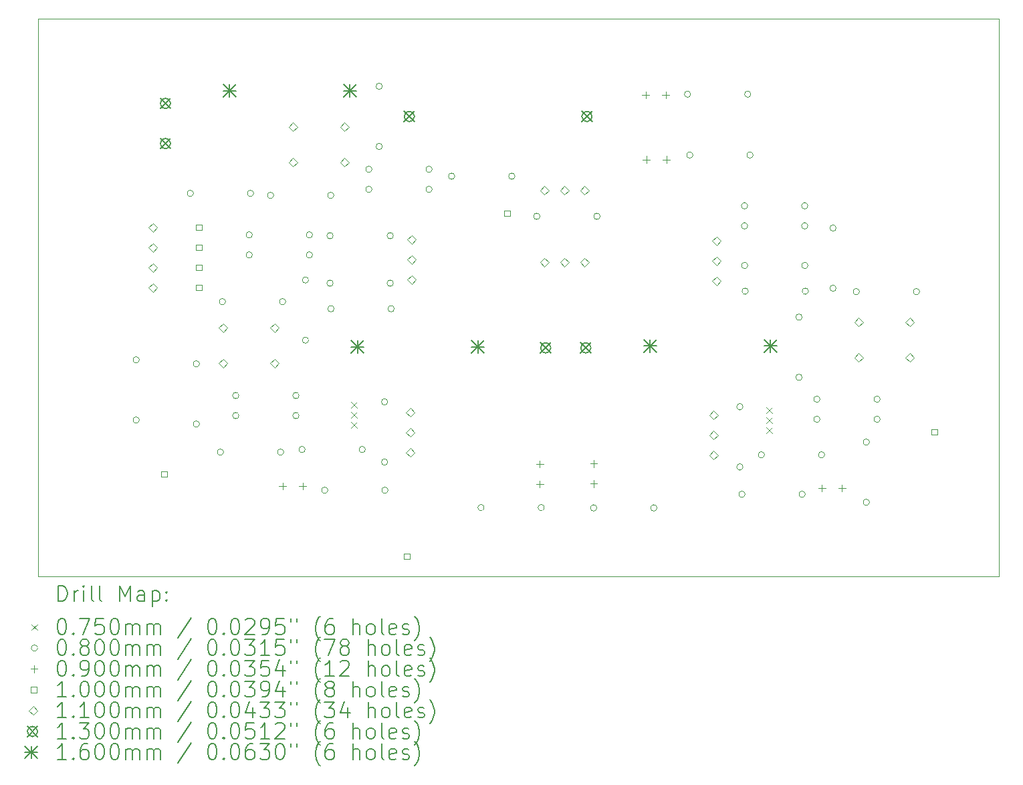
<source format=gbr>
%TF.GenerationSoftware,KiCad,Pcbnew,8.0.0*%
%TF.CreationDate,2024-03-17T18:16:01+01:00*%
%TF.ProjectId,Motor_Control,4d6f746f-725f-4436-9f6e-74726f6c2e6b,rev?*%
%TF.SameCoordinates,Original*%
%TF.FileFunction,Drillmap*%
%TF.FilePolarity,Positive*%
%FSLAX45Y45*%
G04 Gerber Fmt 4.5, Leading zero omitted, Abs format (unit mm)*
G04 Created by KiCad (PCBNEW 8.0.0) date 2024-03-17 18:16:01*
%MOMM*%
%LPD*%
G01*
G04 APERTURE LIST*
%ADD10C,0.050000*%
%ADD11C,0.200000*%
%ADD12C,0.100000*%
%ADD13C,0.110000*%
%ADD14C,0.130000*%
%ADD15C,0.160000*%
G04 APERTURE END LIST*
D10*
X14224000Y-4216400D02*
X26390600Y-4216400D01*
X26390600Y-11277600D01*
X14224000Y-11277600D01*
X14224000Y-4216400D01*
D11*
D12*
X18191000Y-9068000D02*
X18266000Y-9143000D01*
X18266000Y-9068000D02*
X18191000Y-9143000D01*
X18191000Y-9195000D02*
X18266000Y-9270000D01*
X18266000Y-9195000D02*
X18191000Y-9270000D01*
X18191000Y-9322000D02*
X18266000Y-9397000D01*
X18266000Y-9322000D02*
X18191000Y-9397000D01*
X23445000Y-9137500D02*
X23520000Y-9212500D01*
X23520000Y-9137500D02*
X23445000Y-9212500D01*
X23445000Y-9264500D02*
X23520000Y-9339500D01*
X23520000Y-9264500D02*
X23445000Y-9339500D01*
X23445000Y-9391500D02*
X23520000Y-9466500D01*
X23520000Y-9391500D02*
X23445000Y-9466500D01*
X15508600Y-8534400D02*
G75*
G02*
X15428600Y-8534400I-40000J0D01*
G01*
X15428600Y-8534400D02*
G75*
G02*
X15508600Y-8534400I40000J0D01*
G01*
X15508600Y-9296400D02*
G75*
G02*
X15428600Y-9296400I-40000J0D01*
G01*
X15428600Y-9296400D02*
G75*
G02*
X15508600Y-9296400I40000J0D01*
G01*
X16194400Y-6426200D02*
G75*
G02*
X16114400Y-6426200I-40000J0D01*
G01*
X16114400Y-6426200D02*
G75*
G02*
X16194400Y-6426200I40000J0D01*
G01*
X16270600Y-8585200D02*
G75*
G02*
X16190600Y-8585200I-40000J0D01*
G01*
X16190600Y-8585200D02*
G75*
G02*
X16270600Y-8585200I40000J0D01*
G01*
X16270600Y-9347200D02*
G75*
G02*
X16190600Y-9347200I-40000J0D01*
G01*
X16190600Y-9347200D02*
G75*
G02*
X16270600Y-9347200I40000J0D01*
G01*
X16575400Y-9702800D02*
G75*
G02*
X16495400Y-9702800I-40000J0D01*
G01*
X16495400Y-9702800D02*
G75*
G02*
X16575400Y-9702800I40000J0D01*
G01*
X16600800Y-7797800D02*
G75*
G02*
X16520800Y-7797800I-40000J0D01*
G01*
X16520800Y-7797800D02*
G75*
G02*
X16600800Y-7797800I40000J0D01*
G01*
X16770000Y-8987500D02*
G75*
G02*
X16690000Y-8987500I-40000J0D01*
G01*
X16690000Y-8987500D02*
G75*
G02*
X16770000Y-8987500I40000J0D01*
G01*
X16770000Y-9241500D02*
G75*
G02*
X16690000Y-9241500I-40000J0D01*
G01*
X16690000Y-9241500D02*
G75*
G02*
X16770000Y-9241500I40000J0D01*
G01*
X16940000Y-6952500D02*
G75*
G02*
X16860000Y-6952500I-40000J0D01*
G01*
X16860000Y-6952500D02*
G75*
G02*
X16940000Y-6952500I40000J0D01*
G01*
X16940000Y-7206500D02*
G75*
G02*
X16860000Y-7206500I-40000J0D01*
G01*
X16860000Y-7206500D02*
G75*
G02*
X16940000Y-7206500I40000J0D01*
G01*
X16956400Y-6426200D02*
G75*
G02*
X16876400Y-6426200I-40000J0D01*
G01*
X16876400Y-6426200D02*
G75*
G02*
X16956400Y-6426200I40000J0D01*
G01*
X17210400Y-6451600D02*
G75*
G02*
X17130400Y-6451600I-40000J0D01*
G01*
X17130400Y-6451600D02*
G75*
G02*
X17210400Y-6451600I40000J0D01*
G01*
X17337400Y-9702800D02*
G75*
G02*
X17257400Y-9702800I-40000J0D01*
G01*
X17257400Y-9702800D02*
G75*
G02*
X17337400Y-9702800I40000J0D01*
G01*
X17362800Y-7797800D02*
G75*
G02*
X17282800Y-7797800I-40000J0D01*
G01*
X17282800Y-7797800D02*
G75*
G02*
X17362800Y-7797800I40000J0D01*
G01*
X17532000Y-8987500D02*
G75*
G02*
X17452000Y-8987500I-40000J0D01*
G01*
X17452000Y-8987500D02*
G75*
G02*
X17532000Y-8987500I40000J0D01*
G01*
X17532000Y-9241500D02*
G75*
G02*
X17452000Y-9241500I-40000J0D01*
G01*
X17452000Y-9241500D02*
G75*
G02*
X17532000Y-9241500I40000J0D01*
G01*
X17609000Y-9670000D02*
G75*
G02*
X17529000Y-9670000I-40000J0D01*
G01*
X17529000Y-9670000D02*
G75*
G02*
X17609000Y-9670000I40000J0D01*
G01*
X17652500Y-7524000D02*
G75*
G02*
X17572500Y-7524000I-40000J0D01*
G01*
X17572500Y-7524000D02*
G75*
G02*
X17652500Y-7524000I40000J0D01*
G01*
X17652500Y-8286000D02*
G75*
G02*
X17572500Y-8286000I-40000J0D01*
G01*
X17572500Y-8286000D02*
G75*
G02*
X17652500Y-8286000I40000J0D01*
G01*
X17702000Y-6952500D02*
G75*
G02*
X17622000Y-6952500I-40000J0D01*
G01*
X17622000Y-6952500D02*
G75*
G02*
X17702000Y-6952500I40000J0D01*
G01*
X17702000Y-7206500D02*
G75*
G02*
X17622000Y-7206500I-40000J0D01*
G01*
X17622000Y-7206500D02*
G75*
G02*
X17702000Y-7206500I40000J0D01*
G01*
X17896200Y-10185400D02*
G75*
G02*
X17816200Y-10185400I-40000J0D01*
G01*
X17816200Y-10185400D02*
G75*
G02*
X17896200Y-10185400I40000J0D01*
G01*
X17964000Y-6962500D02*
G75*
G02*
X17884000Y-6962500I-40000J0D01*
G01*
X17884000Y-6962500D02*
G75*
G02*
X17964000Y-6962500I40000J0D01*
G01*
X17964000Y-7565000D02*
G75*
G02*
X17884000Y-7565000I-40000J0D01*
G01*
X17884000Y-7565000D02*
G75*
G02*
X17964000Y-7565000I40000J0D01*
G01*
X17972400Y-6451600D02*
G75*
G02*
X17892400Y-6451600I-40000J0D01*
G01*
X17892400Y-6451600D02*
G75*
G02*
X17972400Y-6451600I40000J0D01*
G01*
X17975500Y-7887500D02*
G75*
G02*
X17895500Y-7887500I-40000J0D01*
G01*
X17895500Y-7887500D02*
G75*
G02*
X17975500Y-7887500I40000J0D01*
G01*
X18371000Y-9670000D02*
G75*
G02*
X18291000Y-9670000I-40000J0D01*
G01*
X18291000Y-9670000D02*
G75*
G02*
X18371000Y-9670000I40000J0D01*
G01*
X18455000Y-6121400D02*
G75*
G02*
X18375000Y-6121400I-40000J0D01*
G01*
X18375000Y-6121400D02*
G75*
G02*
X18455000Y-6121400I40000J0D01*
G01*
X18455000Y-6375400D02*
G75*
G02*
X18375000Y-6375400I-40000J0D01*
G01*
X18375000Y-6375400D02*
G75*
G02*
X18455000Y-6375400I40000J0D01*
G01*
X18586500Y-5071500D02*
G75*
G02*
X18506500Y-5071500I-40000J0D01*
G01*
X18506500Y-5071500D02*
G75*
G02*
X18586500Y-5071500I40000J0D01*
G01*
X18586500Y-5833500D02*
G75*
G02*
X18506500Y-5833500I-40000J0D01*
G01*
X18506500Y-5833500D02*
G75*
G02*
X18586500Y-5833500I40000J0D01*
G01*
X18655000Y-9066500D02*
G75*
G02*
X18575000Y-9066500I-40000J0D01*
G01*
X18575000Y-9066500D02*
G75*
G02*
X18655000Y-9066500I40000J0D01*
G01*
X18655000Y-9828500D02*
G75*
G02*
X18575000Y-9828500I-40000J0D01*
G01*
X18575000Y-9828500D02*
G75*
G02*
X18655000Y-9828500I40000J0D01*
G01*
X18658200Y-10185400D02*
G75*
G02*
X18578200Y-10185400I-40000J0D01*
G01*
X18578200Y-10185400D02*
G75*
G02*
X18658200Y-10185400I40000J0D01*
G01*
X18726000Y-6962500D02*
G75*
G02*
X18646000Y-6962500I-40000J0D01*
G01*
X18646000Y-6962500D02*
G75*
G02*
X18726000Y-6962500I40000J0D01*
G01*
X18726000Y-7565000D02*
G75*
G02*
X18646000Y-7565000I-40000J0D01*
G01*
X18646000Y-7565000D02*
G75*
G02*
X18726000Y-7565000I40000J0D01*
G01*
X18737500Y-7887500D02*
G75*
G02*
X18657500Y-7887500I-40000J0D01*
G01*
X18657500Y-7887500D02*
G75*
G02*
X18737500Y-7887500I40000J0D01*
G01*
X19217000Y-6121400D02*
G75*
G02*
X19137000Y-6121400I-40000J0D01*
G01*
X19137000Y-6121400D02*
G75*
G02*
X19217000Y-6121400I40000J0D01*
G01*
X19217000Y-6375400D02*
G75*
G02*
X19137000Y-6375400I-40000J0D01*
G01*
X19137000Y-6375400D02*
G75*
G02*
X19217000Y-6375400I40000J0D01*
G01*
X19503000Y-6210000D02*
G75*
G02*
X19423000Y-6210000I-40000J0D01*
G01*
X19423000Y-6210000D02*
G75*
G02*
X19503000Y-6210000I40000J0D01*
G01*
X19876500Y-10405000D02*
G75*
G02*
X19796500Y-10405000I-40000J0D01*
G01*
X19796500Y-10405000D02*
G75*
G02*
X19876500Y-10405000I40000J0D01*
G01*
X20265000Y-6210000D02*
G75*
G02*
X20185000Y-6210000I-40000J0D01*
G01*
X20185000Y-6210000D02*
G75*
G02*
X20265000Y-6210000I40000J0D01*
G01*
X20581500Y-6717500D02*
G75*
G02*
X20501500Y-6717500I-40000J0D01*
G01*
X20501500Y-6717500D02*
G75*
G02*
X20581500Y-6717500I40000J0D01*
G01*
X20638500Y-10405000D02*
G75*
G02*
X20558500Y-10405000I-40000J0D01*
G01*
X20558500Y-10405000D02*
G75*
G02*
X20638500Y-10405000I40000J0D01*
G01*
X21301500Y-10410000D02*
G75*
G02*
X21221500Y-10410000I-40000J0D01*
G01*
X21221500Y-10410000D02*
G75*
G02*
X21301500Y-10410000I40000J0D01*
G01*
X21343500Y-6717500D02*
G75*
G02*
X21263500Y-6717500I-40000J0D01*
G01*
X21263500Y-6717500D02*
G75*
G02*
X21343500Y-6717500I40000J0D01*
G01*
X22063500Y-10410000D02*
G75*
G02*
X21983500Y-10410000I-40000J0D01*
G01*
X21983500Y-10410000D02*
G75*
G02*
X22063500Y-10410000I40000J0D01*
G01*
X22490700Y-5171600D02*
G75*
G02*
X22410700Y-5171600I-40000J0D01*
G01*
X22410700Y-5171600D02*
G75*
G02*
X22490700Y-5171600I40000J0D01*
G01*
X22519000Y-5942500D02*
G75*
G02*
X22439000Y-5942500I-40000J0D01*
G01*
X22439000Y-5942500D02*
G75*
G02*
X22519000Y-5942500I40000J0D01*
G01*
X23154000Y-9129000D02*
G75*
G02*
X23074000Y-9129000I-40000J0D01*
G01*
X23074000Y-9129000D02*
G75*
G02*
X23154000Y-9129000I40000J0D01*
G01*
X23154000Y-9891000D02*
G75*
G02*
X23074000Y-9891000I-40000J0D01*
G01*
X23074000Y-9891000D02*
G75*
G02*
X23154000Y-9891000I40000J0D01*
G01*
X23179400Y-10236200D02*
G75*
G02*
X23099400Y-10236200I-40000J0D01*
G01*
X23099400Y-10236200D02*
G75*
G02*
X23179400Y-10236200I40000J0D01*
G01*
X23212500Y-6583500D02*
G75*
G02*
X23132500Y-6583500I-40000J0D01*
G01*
X23132500Y-6583500D02*
G75*
G02*
X23212500Y-6583500I40000J0D01*
G01*
X23212500Y-6837500D02*
G75*
G02*
X23132500Y-6837500I-40000J0D01*
G01*
X23132500Y-6837500D02*
G75*
G02*
X23212500Y-6837500I40000J0D01*
G01*
X23214000Y-7340000D02*
G75*
G02*
X23134000Y-7340000I-40000J0D01*
G01*
X23134000Y-7340000D02*
G75*
G02*
X23214000Y-7340000I40000J0D01*
G01*
X23220500Y-7665000D02*
G75*
G02*
X23140500Y-7665000I-40000J0D01*
G01*
X23140500Y-7665000D02*
G75*
G02*
X23220500Y-7665000I40000J0D01*
G01*
X23252700Y-5171600D02*
G75*
G02*
X23172700Y-5171600I-40000J0D01*
G01*
X23172700Y-5171600D02*
G75*
G02*
X23252700Y-5171600I40000J0D01*
G01*
X23281000Y-5942500D02*
G75*
G02*
X23201000Y-5942500I-40000J0D01*
G01*
X23201000Y-5942500D02*
G75*
G02*
X23281000Y-5942500I40000J0D01*
G01*
X23425500Y-9737500D02*
G75*
G02*
X23345500Y-9737500I-40000J0D01*
G01*
X23345500Y-9737500D02*
G75*
G02*
X23425500Y-9737500I40000J0D01*
G01*
X23901500Y-7994000D02*
G75*
G02*
X23821500Y-7994000I-40000J0D01*
G01*
X23821500Y-7994000D02*
G75*
G02*
X23901500Y-7994000I40000J0D01*
G01*
X23901500Y-8756000D02*
G75*
G02*
X23821500Y-8756000I-40000J0D01*
G01*
X23821500Y-8756000D02*
G75*
G02*
X23901500Y-8756000I40000J0D01*
G01*
X23941400Y-10236200D02*
G75*
G02*
X23861400Y-10236200I-40000J0D01*
G01*
X23861400Y-10236200D02*
G75*
G02*
X23941400Y-10236200I40000J0D01*
G01*
X23974500Y-6583500D02*
G75*
G02*
X23894500Y-6583500I-40000J0D01*
G01*
X23894500Y-6583500D02*
G75*
G02*
X23974500Y-6583500I40000J0D01*
G01*
X23974500Y-6837500D02*
G75*
G02*
X23894500Y-6837500I-40000J0D01*
G01*
X23894500Y-6837500D02*
G75*
G02*
X23974500Y-6837500I40000J0D01*
G01*
X23976000Y-7340000D02*
G75*
G02*
X23896000Y-7340000I-40000J0D01*
G01*
X23896000Y-7340000D02*
G75*
G02*
X23976000Y-7340000I40000J0D01*
G01*
X23982500Y-7665000D02*
G75*
G02*
X23902500Y-7665000I-40000J0D01*
G01*
X23902500Y-7665000D02*
G75*
G02*
X23982500Y-7665000I40000J0D01*
G01*
X24128000Y-9033500D02*
G75*
G02*
X24048000Y-9033500I-40000J0D01*
G01*
X24048000Y-9033500D02*
G75*
G02*
X24128000Y-9033500I40000J0D01*
G01*
X24128000Y-9287500D02*
G75*
G02*
X24048000Y-9287500I-40000J0D01*
G01*
X24048000Y-9287500D02*
G75*
G02*
X24128000Y-9287500I40000J0D01*
G01*
X24187500Y-9737500D02*
G75*
G02*
X24107500Y-9737500I-40000J0D01*
G01*
X24107500Y-9737500D02*
G75*
G02*
X24187500Y-9737500I40000J0D01*
G01*
X24332500Y-6866500D02*
G75*
G02*
X24252500Y-6866500I-40000J0D01*
G01*
X24252500Y-6866500D02*
G75*
G02*
X24332500Y-6866500I40000J0D01*
G01*
X24332500Y-7628500D02*
G75*
G02*
X24252500Y-7628500I-40000J0D01*
G01*
X24252500Y-7628500D02*
G75*
G02*
X24332500Y-7628500I40000J0D01*
G01*
X24627200Y-7670800D02*
G75*
G02*
X24547200Y-7670800I-40000J0D01*
G01*
X24547200Y-7670800D02*
G75*
G02*
X24627200Y-7670800I40000J0D01*
G01*
X24754200Y-9575800D02*
G75*
G02*
X24674200Y-9575800I-40000J0D01*
G01*
X24674200Y-9575800D02*
G75*
G02*
X24754200Y-9575800I40000J0D01*
G01*
X24754200Y-10337800D02*
G75*
G02*
X24674200Y-10337800I-40000J0D01*
G01*
X24674200Y-10337800D02*
G75*
G02*
X24754200Y-10337800I40000J0D01*
G01*
X24890000Y-9033500D02*
G75*
G02*
X24810000Y-9033500I-40000J0D01*
G01*
X24810000Y-9033500D02*
G75*
G02*
X24890000Y-9033500I40000J0D01*
G01*
X24890000Y-9287500D02*
G75*
G02*
X24810000Y-9287500I-40000J0D01*
G01*
X24810000Y-9287500D02*
G75*
G02*
X24890000Y-9287500I40000J0D01*
G01*
X25389200Y-7670800D02*
G75*
G02*
X25309200Y-7670800I-40000J0D01*
G01*
X25309200Y-7670800D02*
G75*
G02*
X25389200Y-7670800I40000J0D01*
G01*
X17322800Y-10089600D02*
X17322800Y-10179600D01*
X17277800Y-10134600D02*
X17367800Y-10134600D01*
X17576800Y-10089600D02*
X17576800Y-10179600D01*
X17531800Y-10134600D02*
X17621800Y-10134600D01*
X20581000Y-9811000D02*
X20581000Y-9901000D01*
X20536000Y-9856000D02*
X20626000Y-9856000D01*
X20581000Y-10065000D02*
X20581000Y-10155000D01*
X20536000Y-10110000D02*
X20626000Y-10110000D01*
X21262500Y-9803500D02*
X21262500Y-9893500D01*
X21217500Y-9848500D02*
X21307500Y-9848500D01*
X21262500Y-10057500D02*
X21262500Y-10147500D01*
X21217500Y-10102500D02*
X21307500Y-10102500D01*
X21920200Y-5136600D02*
X21920200Y-5226600D01*
X21875200Y-5181600D02*
X21965200Y-5181600D01*
X21928500Y-5955000D02*
X21928500Y-6045000D01*
X21883500Y-6000000D02*
X21973500Y-6000000D01*
X22174200Y-5136600D02*
X22174200Y-5226600D01*
X22129200Y-5181600D02*
X22219200Y-5181600D01*
X22182500Y-5955000D02*
X22182500Y-6045000D01*
X22137500Y-6000000D02*
X22227500Y-6000000D01*
X24154400Y-10115000D02*
X24154400Y-10205000D01*
X24109400Y-10160000D02*
X24199400Y-10160000D01*
X24408400Y-10115000D02*
X24408400Y-10205000D01*
X24363400Y-10160000D02*
X24453400Y-10160000D01*
X15859556Y-10017556D02*
X15859556Y-9946844D01*
X15788844Y-9946844D01*
X15788844Y-10017556D01*
X15859556Y-10017556D01*
X16297756Y-6892056D02*
X16297756Y-6821344D01*
X16227044Y-6821344D01*
X16227044Y-6892056D01*
X16297756Y-6892056D01*
X16297756Y-7146056D02*
X16297756Y-7075344D01*
X16227044Y-7075344D01*
X16227044Y-7146056D01*
X16297756Y-7146056D01*
X16297756Y-7400056D02*
X16297756Y-7329344D01*
X16227044Y-7329344D01*
X16227044Y-7400056D01*
X16297756Y-7400056D01*
X16297756Y-7654056D02*
X16297756Y-7583344D01*
X16227044Y-7583344D01*
X16227044Y-7654056D01*
X16297756Y-7654056D01*
X18932956Y-11058956D02*
X18932956Y-10988244D01*
X18862244Y-10988244D01*
X18862244Y-11058956D01*
X18932956Y-11058956D01*
X20202956Y-6714756D02*
X20202956Y-6644044D01*
X20132244Y-6644044D01*
X20132244Y-6714756D01*
X20202956Y-6714756D01*
X25613156Y-9484156D02*
X25613156Y-9413444D01*
X25542444Y-9413444D01*
X25542444Y-9484156D01*
X25613156Y-9484156D01*
D13*
X15680900Y-6916200D02*
X15735900Y-6861200D01*
X15680900Y-6806200D01*
X15625900Y-6861200D01*
X15680900Y-6916200D01*
X15680900Y-7170200D02*
X15735900Y-7115200D01*
X15680900Y-7060200D01*
X15625900Y-7115200D01*
X15680900Y-7170200D01*
X15680900Y-7424200D02*
X15735900Y-7369200D01*
X15680900Y-7314200D01*
X15625900Y-7369200D01*
X15680900Y-7424200D01*
X15680900Y-7678200D02*
X15735900Y-7623200D01*
X15680900Y-7568200D01*
X15625900Y-7623200D01*
X15680900Y-7678200D01*
X16571200Y-8183000D02*
X16626200Y-8128000D01*
X16571200Y-8073000D01*
X16516200Y-8128000D01*
X16571200Y-8183000D01*
X16571200Y-8633000D02*
X16626200Y-8578000D01*
X16571200Y-8523000D01*
X16516200Y-8578000D01*
X16571200Y-8633000D01*
X17221200Y-8183000D02*
X17276200Y-8128000D01*
X17221200Y-8073000D01*
X17166200Y-8128000D01*
X17221200Y-8183000D01*
X17221200Y-8633000D02*
X17276200Y-8578000D01*
X17221200Y-8523000D01*
X17166200Y-8578000D01*
X17221200Y-8633000D01*
X17457500Y-5640000D02*
X17512500Y-5585000D01*
X17457500Y-5530000D01*
X17402500Y-5585000D01*
X17457500Y-5640000D01*
X17457500Y-6090000D02*
X17512500Y-6035000D01*
X17457500Y-5980000D01*
X17402500Y-6035000D01*
X17457500Y-6090000D01*
X18107500Y-5640000D02*
X18162500Y-5585000D01*
X18107500Y-5530000D01*
X18052500Y-5585000D01*
X18107500Y-5640000D01*
X18107500Y-6090000D02*
X18162500Y-6035000D01*
X18107500Y-5980000D01*
X18052500Y-6035000D01*
X18107500Y-6090000D01*
X18941600Y-9254400D02*
X18996600Y-9199400D01*
X18941600Y-9144400D01*
X18886600Y-9199400D01*
X18941600Y-9254400D01*
X18941600Y-9508400D02*
X18996600Y-9453400D01*
X18941600Y-9398400D01*
X18886600Y-9453400D01*
X18941600Y-9508400D01*
X18941600Y-9762400D02*
X18996600Y-9707400D01*
X18941600Y-9652400D01*
X18886600Y-9707400D01*
X18941600Y-9762400D01*
X18960000Y-7067500D02*
X19015000Y-7012500D01*
X18960000Y-6957500D01*
X18905000Y-7012500D01*
X18960000Y-7067500D01*
X18960000Y-7321500D02*
X19015000Y-7266500D01*
X18960000Y-7211500D01*
X18905000Y-7266500D01*
X18960000Y-7321500D01*
X18960000Y-7575500D02*
X19015000Y-7520500D01*
X18960000Y-7465500D01*
X18905000Y-7520500D01*
X18960000Y-7575500D01*
X20639500Y-6442500D02*
X20694500Y-6387500D01*
X20639500Y-6332500D01*
X20584500Y-6387500D01*
X20639500Y-6442500D01*
X20639500Y-7355000D02*
X20694500Y-7300000D01*
X20639500Y-7245000D01*
X20584500Y-7300000D01*
X20639500Y-7355000D01*
X20893500Y-6442500D02*
X20948500Y-6387500D01*
X20893500Y-6332500D01*
X20838500Y-6387500D01*
X20893500Y-6442500D01*
X20893500Y-7355000D02*
X20948500Y-7300000D01*
X20893500Y-7245000D01*
X20838500Y-7300000D01*
X20893500Y-7355000D01*
X21147500Y-6442500D02*
X21202500Y-6387500D01*
X21147500Y-6332500D01*
X21092500Y-6387500D01*
X21147500Y-6442500D01*
X21147500Y-7355000D02*
X21202500Y-7300000D01*
X21147500Y-7245000D01*
X21092500Y-7300000D01*
X21147500Y-7355000D01*
X22779800Y-9289000D02*
X22834800Y-9234000D01*
X22779800Y-9179000D01*
X22724800Y-9234000D01*
X22779800Y-9289000D01*
X22779800Y-9543000D02*
X22834800Y-9488000D01*
X22779800Y-9433000D01*
X22724800Y-9488000D01*
X22779800Y-9543000D01*
X22779800Y-9797000D02*
X22834800Y-9742000D01*
X22779800Y-9687000D01*
X22724800Y-9742000D01*
X22779800Y-9797000D01*
X22819500Y-7085300D02*
X22874500Y-7030300D01*
X22819500Y-6975300D01*
X22764500Y-7030300D01*
X22819500Y-7085300D01*
X22819500Y-7339300D02*
X22874500Y-7284300D01*
X22819500Y-7229300D01*
X22764500Y-7284300D01*
X22819500Y-7339300D01*
X22819500Y-7593300D02*
X22874500Y-7538300D01*
X22819500Y-7483300D01*
X22764500Y-7538300D01*
X22819500Y-7593300D01*
X24617800Y-8110400D02*
X24672800Y-8055400D01*
X24617800Y-8000400D01*
X24562800Y-8055400D01*
X24617800Y-8110400D01*
X24617800Y-8560400D02*
X24672800Y-8505400D01*
X24617800Y-8450400D01*
X24562800Y-8505400D01*
X24617800Y-8560400D01*
X25267800Y-8110400D02*
X25322800Y-8055400D01*
X25267800Y-8000400D01*
X25212800Y-8055400D01*
X25267800Y-8110400D01*
X25267800Y-8560400D02*
X25322800Y-8505400D01*
X25267800Y-8450400D01*
X25212800Y-8505400D01*
X25267800Y-8560400D01*
D14*
X15774500Y-5223000D02*
X15904500Y-5353000D01*
X15904500Y-5223000D02*
X15774500Y-5353000D01*
X15904500Y-5288000D02*
G75*
G02*
X15774500Y-5288000I-65000J0D01*
G01*
X15774500Y-5288000D02*
G75*
G02*
X15904500Y-5288000I65000J0D01*
G01*
X15774500Y-5731000D02*
X15904500Y-5861000D01*
X15904500Y-5731000D02*
X15774500Y-5861000D01*
X15904500Y-5796000D02*
G75*
G02*
X15774500Y-5796000I-65000J0D01*
G01*
X15774500Y-5796000D02*
G75*
G02*
X15904500Y-5796000I65000J0D01*
G01*
X18862500Y-5387500D02*
X18992500Y-5517500D01*
X18992500Y-5387500D02*
X18862500Y-5517500D01*
X18992500Y-5452500D02*
G75*
G02*
X18862500Y-5452500I-65000J0D01*
G01*
X18862500Y-5452500D02*
G75*
G02*
X18992500Y-5452500I65000J0D01*
G01*
X20589500Y-8317500D02*
X20719500Y-8447500D01*
X20719500Y-8317500D02*
X20589500Y-8447500D01*
X20719500Y-8382500D02*
G75*
G02*
X20589500Y-8382500I-65000J0D01*
G01*
X20589500Y-8382500D02*
G75*
G02*
X20719500Y-8382500I65000J0D01*
G01*
X21097500Y-8317500D02*
X21227500Y-8447500D01*
X21227500Y-8317500D02*
X21097500Y-8447500D01*
X21227500Y-8382500D02*
G75*
G02*
X21097500Y-8382500I-65000J0D01*
G01*
X21097500Y-8382500D02*
G75*
G02*
X21227500Y-8382500I65000J0D01*
G01*
X21112500Y-5387500D02*
X21242500Y-5517500D01*
X21242500Y-5387500D02*
X21112500Y-5517500D01*
X21242500Y-5452500D02*
G75*
G02*
X21112500Y-5452500I-65000J0D01*
G01*
X21112500Y-5452500D02*
G75*
G02*
X21242500Y-5452500I65000J0D01*
G01*
D15*
X16571000Y-5047500D02*
X16731000Y-5207500D01*
X16731000Y-5047500D02*
X16571000Y-5207500D01*
X16651000Y-5047500D02*
X16651000Y-5207500D01*
X16571000Y-5127500D02*
X16731000Y-5127500D01*
X18095000Y-5047500D02*
X18255000Y-5207500D01*
X18255000Y-5047500D02*
X18095000Y-5207500D01*
X18175000Y-5047500D02*
X18175000Y-5207500D01*
X18095000Y-5127500D02*
X18255000Y-5127500D01*
X18193000Y-8290000D02*
X18353000Y-8450000D01*
X18353000Y-8290000D02*
X18193000Y-8450000D01*
X18273000Y-8290000D02*
X18273000Y-8450000D01*
X18193000Y-8370000D02*
X18353000Y-8370000D01*
X19717000Y-8290000D02*
X19877000Y-8450000D01*
X19877000Y-8290000D02*
X19717000Y-8450000D01*
X19797000Y-8290000D02*
X19797000Y-8450000D01*
X19717000Y-8370000D02*
X19877000Y-8370000D01*
X21897300Y-8280100D02*
X22057300Y-8440100D01*
X22057300Y-8280100D02*
X21897300Y-8440100D01*
X21977300Y-8280100D02*
X21977300Y-8440100D01*
X21897300Y-8360100D02*
X22057300Y-8360100D01*
X23421300Y-8280100D02*
X23581300Y-8440100D01*
X23581300Y-8280100D02*
X23421300Y-8440100D01*
X23501300Y-8280100D02*
X23501300Y-8440100D01*
X23421300Y-8360100D02*
X23581300Y-8360100D01*
D11*
X14482277Y-11591584D02*
X14482277Y-11391584D01*
X14482277Y-11391584D02*
X14529896Y-11391584D01*
X14529896Y-11391584D02*
X14558467Y-11401108D01*
X14558467Y-11401108D02*
X14577515Y-11420155D01*
X14577515Y-11420155D02*
X14587039Y-11439203D01*
X14587039Y-11439203D02*
X14596562Y-11477298D01*
X14596562Y-11477298D02*
X14596562Y-11505869D01*
X14596562Y-11505869D02*
X14587039Y-11543965D01*
X14587039Y-11543965D02*
X14577515Y-11563012D01*
X14577515Y-11563012D02*
X14558467Y-11582060D01*
X14558467Y-11582060D02*
X14529896Y-11591584D01*
X14529896Y-11591584D02*
X14482277Y-11591584D01*
X14682277Y-11591584D02*
X14682277Y-11458250D01*
X14682277Y-11496346D02*
X14691801Y-11477298D01*
X14691801Y-11477298D02*
X14701324Y-11467774D01*
X14701324Y-11467774D02*
X14720372Y-11458250D01*
X14720372Y-11458250D02*
X14739420Y-11458250D01*
X14806086Y-11591584D02*
X14806086Y-11458250D01*
X14806086Y-11391584D02*
X14796562Y-11401108D01*
X14796562Y-11401108D02*
X14806086Y-11410631D01*
X14806086Y-11410631D02*
X14815610Y-11401108D01*
X14815610Y-11401108D02*
X14806086Y-11391584D01*
X14806086Y-11391584D02*
X14806086Y-11410631D01*
X14929896Y-11591584D02*
X14910848Y-11582060D01*
X14910848Y-11582060D02*
X14901324Y-11563012D01*
X14901324Y-11563012D02*
X14901324Y-11391584D01*
X15034658Y-11591584D02*
X15015610Y-11582060D01*
X15015610Y-11582060D02*
X15006086Y-11563012D01*
X15006086Y-11563012D02*
X15006086Y-11391584D01*
X15263229Y-11591584D02*
X15263229Y-11391584D01*
X15263229Y-11391584D02*
X15329896Y-11534441D01*
X15329896Y-11534441D02*
X15396562Y-11391584D01*
X15396562Y-11391584D02*
X15396562Y-11591584D01*
X15577515Y-11591584D02*
X15577515Y-11486822D01*
X15577515Y-11486822D02*
X15567991Y-11467774D01*
X15567991Y-11467774D02*
X15548943Y-11458250D01*
X15548943Y-11458250D02*
X15510848Y-11458250D01*
X15510848Y-11458250D02*
X15491801Y-11467774D01*
X15577515Y-11582060D02*
X15558467Y-11591584D01*
X15558467Y-11591584D02*
X15510848Y-11591584D01*
X15510848Y-11591584D02*
X15491801Y-11582060D01*
X15491801Y-11582060D02*
X15482277Y-11563012D01*
X15482277Y-11563012D02*
X15482277Y-11543965D01*
X15482277Y-11543965D02*
X15491801Y-11524917D01*
X15491801Y-11524917D02*
X15510848Y-11515393D01*
X15510848Y-11515393D02*
X15558467Y-11515393D01*
X15558467Y-11515393D02*
X15577515Y-11505869D01*
X15672753Y-11458250D02*
X15672753Y-11658250D01*
X15672753Y-11467774D02*
X15691801Y-11458250D01*
X15691801Y-11458250D02*
X15729896Y-11458250D01*
X15729896Y-11458250D02*
X15748943Y-11467774D01*
X15748943Y-11467774D02*
X15758467Y-11477298D01*
X15758467Y-11477298D02*
X15767991Y-11496346D01*
X15767991Y-11496346D02*
X15767991Y-11553488D01*
X15767991Y-11553488D02*
X15758467Y-11572536D01*
X15758467Y-11572536D02*
X15748943Y-11582060D01*
X15748943Y-11582060D02*
X15729896Y-11591584D01*
X15729896Y-11591584D02*
X15691801Y-11591584D01*
X15691801Y-11591584D02*
X15672753Y-11582060D01*
X15853705Y-11572536D02*
X15863229Y-11582060D01*
X15863229Y-11582060D02*
X15853705Y-11591584D01*
X15853705Y-11591584D02*
X15844182Y-11582060D01*
X15844182Y-11582060D02*
X15853705Y-11572536D01*
X15853705Y-11572536D02*
X15853705Y-11591584D01*
X15853705Y-11467774D02*
X15863229Y-11477298D01*
X15863229Y-11477298D02*
X15853705Y-11486822D01*
X15853705Y-11486822D02*
X15844182Y-11477298D01*
X15844182Y-11477298D02*
X15853705Y-11467774D01*
X15853705Y-11467774D02*
X15853705Y-11486822D01*
D12*
X14146500Y-11882600D02*
X14221500Y-11957600D01*
X14221500Y-11882600D02*
X14146500Y-11957600D01*
D11*
X14520372Y-11811584D02*
X14539420Y-11811584D01*
X14539420Y-11811584D02*
X14558467Y-11821108D01*
X14558467Y-11821108D02*
X14567991Y-11830631D01*
X14567991Y-11830631D02*
X14577515Y-11849679D01*
X14577515Y-11849679D02*
X14587039Y-11887774D01*
X14587039Y-11887774D02*
X14587039Y-11935393D01*
X14587039Y-11935393D02*
X14577515Y-11973488D01*
X14577515Y-11973488D02*
X14567991Y-11992536D01*
X14567991Y-11992536D02*
X14558467Y-12002060D01*
X14558467Y-12002060D02*
X14539420Y-12011584D01*
X14539420Y-12011584D02*
X14520372Y-12011584D01*
X14520372Y-12011584D02*
X14501324Y-12002060D01*
X14501324Y-12002060D02*
X14491801Y-11992536D01*
X14491801Y-11992536D02*
X14482277Y-11973488D01*
X14482277Y-11973488D02*
X14472753Y-11935393D01*
X14472753Y-11935393D02*
X14472753Y-11887774D01*
X14472753Y-11887774D02*
X14482277Y-11849679D01*
X14482277Y-11849679D02*
X14491801Y-11830631D01*
X14491801Y-11830631D02*
X14501324Y-11821108D01*
X14501324Y-11821108D02*
X14520372Y-11811584D01*
X14672753Y-11992536D02*
X14682277Y-12002060D01*
X14682277Y-12002060D02*
X14672753Y-12011584D01*
X14672753Y-12011584D02*
X14663229Y-12002060D01*
X14663229Y-12002060D02*
X14672753Y-11992536D01*
X14672753Y-11992536D02*
X14672753Y-12011584D01*
X14748943Y-11811584D02*
X14882277Y-11811584D01*
X14882277Y-11811584D02*
X14796562Y-12011584D01*
X15053705Y-11811584D02*
X14958467Y-11811584D01*
X14958467Y-11811584D02*
X14948943Y-11906822D01*
X14948943Y-11906822D02*
X14958467Y-11897298D01*
X14958467Y-11897298D02*
X14977515Y-11887774D01*
X14977515Y-11887774D02*
X15025134Y-11887774D01*
X15025134Y-11887774D02*
X15044182Y-11897298D01*
X15044182Y-11897298D02*
X15053705Y-11906822D01*
X15053705Y-11906822D02*
X15063229Y-11925869D01*
X15063229Y-11925869D02*
X15063229Y-11973488D01*
X15063229Y-11973488D02*
X15053705Y-11992536D01*
X15053705Y-11992536D02*
X15044182Y-12002060D01*
X15044182Y-12002060D02*
X15025134Y-12011584D01*
X15025134Y-12011584D02*
X14977515Y-12011584D01*
X14977515Y-12011584D02*
X14958467Y-12002060D01*
X14958467Y-12002060D02*
X14948943Y-11992536D01*
X15187039Y-11811584D02*
X15206086Y-11811584D01*
X15206086Y-11811584D02*
X15225134Y-11821108D01*
X15225134Y-11821108D02*
X15234658Y-11830631D01*
X15234658Y-11830631D02*
X15244182Y-11849679D01*
X15244182Y-11849679D02*
X15253705Y-11887774D01*
X15253705Y-11887774D02*
X15253705Y-11935393D01*
X15253705Y-11935393D02*
X15244182Y-11973488D01*
X15244182Y-11973488D02*
X15234658Y-11992536D01*
X15234658Y-11992536D02*
X15225134Y-12002060D01*
X15225134Y-12002060D02*
X15206086Y-12011584D01*
X15206086Y-12011584D02*
X15187039Y-12011584D01*
X15187039Y-12011584D02*
X15167991Y-12002060D01*
X15167991Y-12002060D02*
X15158467Y-11992536D01*
X15158467Y-11992536D02*
X15148943Y-11973488D01*
X15148943Y-11973488D02*
X15139420Y-11935393D01*
X15139420Y-11935393D02*
X15139420Y-11887774D01*
X15139420Y-11887774D02*
X15148943Y-11849679D01*
X15148943Y-11849679D02*
X15158467Y-11830631D01*
X15158467Y-11830631D02*
X15167991Y-11821108D01*
X15167991Y-11821108D02*
X15187039Y-11811584D01*
X15339420Y-12011584D02*
X15339420Y-11878250D01*
X15339420Y-11897298D02*
X15348943Y-11887774D01*
X15348943Y-11887774D02*
X15367991Y-11878250D01*
X15367991Y-11878250D02*
X15396563Y-11878250D01*
X15396563Y-11878250D02*
X15415610Y-11887774D01*
X15415610Y-11887774D02*
X15425134Y-11906822D01*
X15425134Y-11906822D02*
X15425134Y-12011584D01*
X15425134Y-11906822D02*
X15434658Y-11887774D01*
X15434658Y-11887774D02*
X15453705Y-11878250D01*
X15453705Y-11878250D02*
X15482277Y-11878250D01*
X15482277Y-11878250D02*
X15501324Y-11887774D01*
X15501324Y-11887774D02*
X15510848Y-11906822D01*
X15510848Y-11906822D02*
X15510848Y-12011584D01*
X15606086Y-12011584D02*
X15606086Y-11878250D01*
X15606086Y-11897298D02*
X15615610Y-11887774D01*
X15615610Y-11887774D02*
X15634658Y-11878250D01*
X15634658Y-11878250D02*
X15663229Y-11878250D01*
X15663229Y-11878250D02*
X15682277Y-11887774D01*
X15682277Y-11887774D02*
X15691801Y-11906822D01*
X15691801Y-11906822D02*
X15691801Y-12011584D01*
X15691801Y-11906822D02*
X15701324Y-11887774D01*
X15701324Y-11887774D02*
X15720372Y-11878250D01*
X15720372Y-11878250D02*
X15748943Y-11878250D01*
X15748943Y-11878250D02*
X15767991Y-11887774D01*
X15767991Y-11887774D02*
X15777515Y-11906822D01*
X15777515Y-11906822D02*
X15777515Y-12011584D01*
X16167991Y-11802060D02*
X15996563Y-12059203D01*
X16425134Y-11811584D02*
X16444182Y-11811584D01*
X16444182Y-11811584D02*
X16463229Y-11821108D01*
X16463229Y-11821108D02*
X16472753Y-11830631D01*
X16472753Y-11830631D02*
X16482277Y-11849679D01*
X16482277Y-11849679D02*
X16491801Y-11887774D01*
X16491801Y-11887774D02*
X16491801Y-11935393D01*
X16491801Y-11935393D02*
X16482277Y-11973488D01*
X16482277Y-11973488D02*
X16472753Y-11992536D01*
X16472753Y-11992536D02*
X16463229Y-12002060D01*
X16463229Y-12002060D02*
X16444182Y-12011584D01*
X16444182Y-12011584D02*
X16425134Y-12011584D01*
X16425134Y-12011584D02*
X16406086Y-12002060D01*
X16406086Y-12002060D02*
X16396563Y-11992536D01*
X16396563Y-11992536D02*
X16387039Y-11973488D01*
X16387039Y-11973488D02*
X16377515Y-11935393D01*
X16377515Y-11935393D02*
X16377515Y-11887774D01*
X16377515Y-11887774D02*
X16387039Y-11849679D01*
X16387039Y-11849679D02*
X16396563Y-11830631D01*
X16396563Y-11830631D02*
X16406086Y-11821108D01*
X16406086Y-11821108D02*
X16425134Y-11811584D01*
X16577515Y-11992536D02*
X16587039Y-12002060D01*
X16587039Y-12002060D02*
X16577515Y-12011584D01*
X16577515Y-12011584D02*
X16567991Y-12002060D01*
X16567991Y-12002060D02*
X16577515Y-11992536D01*
X16577515Y-11992536D02*
X16577515Y-12011584D01*
X16710848Y-11811584D02*
X16729896Y-11811584D01*
X16729896Y-11811584D02*
X16748944Y-11821108D01*
X16748944Y-11821108D02*
X16758467Y-11830631D01*
X16758467Y-11830631D02*
X16767991Y-11849679D01*
X16767991Y-11849679D02*
X16777515Y-11887774D01*
X16777515Y-11887774D02*
X16777515Y-11935393D01*
X16777515Y-11935393D02*
X16767991Y-11973488D01*
X16767991Y-11973488D02*
X16758467Y-11992536D01*
X16758467Y-11992536D02*
X16748944Y-12002060D01*
X16748944Y-12002060D02*
X16729896Y-12011584D01*
X16729896Y-12011584D02*
X16710848Y-12011584D01*
X16710848Y-12011584D02*
X16691801Y-12002060D01*
X16691801Y-12002060D02*
X16682277Y-11992536D01*
X16682277Y-11992536D02*
X16672753Y-11973488D01*
X16672753Y-11973488D02*
X16663229Y-11935393D01*
X16663229Y-11935393D02*
X16663229Y-11887774D01*
X16663229Y-11887774D02*
X16672753Y-11849679D01*
X16672753Y-11849679D02*
X16682277Y-11830631D01*
X16682277Y-11830631D02*
X16691801Y-11821108D01*
X16691801Y-11821108D02*
X16710848Y-11811584D01*
X16853706Y-11830631D02*
X16863229Y-11821108D01*
X16863229Y-11821108D02*
X16882277Y-11811584D01*
X16882277Y-11811584D02*
X16929896Y-11811584D01*
X16929896Y-11811584D02*
X16948944Y-11821108D01*
X16948944Y-11821108D02*
X16958468Y-11830631D01*
X16958468Y-11830631D02*
X16967991Y-11849679D01*
X16967991Y-11849679D02*
X16967991Y-11868727D01*
X16967991Y-11868727D02*
X16958468Y-11897298D01*
X16958468Y-11897298D02*
X16844182Y-12011584D01*
X16844182Y-12011584D02*
X16967991Y-12011584D01*
X17063229Y-12011584D02*
X17101325Y-12011584D01*
X17101325Y-12011584D02*
X17120372Y-12002060D01*
X17120372Y-12002060D02*
X17129896Y-11992536D01*
X17129896Y-11992536D02*
X17148944Y-11963965D01*
X17148944Y-11963965D02*
X17158468Y-11925869D01*
X17158468Y-11925869D02*
X17158468Y-11849679D01*
X17158468Y-11849679D02*
X17148944Y-11830631D01*
X17148944Y-11830631D02*
X17139420Y-11821108D01*
X17139420Y-11821108D02*
X17120372Y-11811584D01*
X17120372Y-11811584D02*
X17082277Y-11811584D01*
X17082277Y-11811584D02*
X17063229Y-11821108D01*
X17063229Y-11821108D02*
X17053706Y-11830631D01*
X17053706Y-11830631D02*
X17044182Y-11849679D01*
X17044182Y-11849679D02*
X17044182Y-11897298D01*
X17044182Y-11897298D02*
X17053706Y-11916346D01*
X17053706Y-11916346D02*
X17063229Y-11925869D01*
X17063229Y-11925869D02*
X17082277Y-11935393D01*
X17082277Y-11935393D02*
X17120372Y-11935393D01*
X17120372Y-11935393D02*
X17139420Y-11925869D01*
X17139420Y-11925869D02*
X17148944Y-11916346D01*
X17148944Y-11916346D02*
X17158468Y-11897298D01*
X17339420Y-11811584D02*
X17244182Y-11811584D01*
X17244182Y-11811584D02*
X17234658Y-11906822D01*
X17234658Y-11906822D02*
X17244182Y-11897298D01*
X17244182Y-11897298D02*
X17263229Y-11887774D01*
X17263229Y-11887774D02*
X17310849Y-11887774D01*
X17310849Y-11887774D02*
X17329896Y-11897298D01*
X17329896Y-11897298D02*
X17339420Y-11906822D01*
X17339420Y-11906822D02*
X17348944Y-11925869D01*
X17348944Y-11925869D02*
X17348944Y-11973488D01*
X17348944Y-11973488D02*
X17339420Y-11992536D01*
X17339420Y-11992536D02*
X17329896Y-12002060D01*
X17329896Y-12002060D02*
X17310849Y-12011584D01*
X17310849Y-12011584D02*
X17263229Y-12011584D01*
X17263229Y-12011584D02*
X17244182Y-12002060D01*
X17244182Y-12002060D02*
X17234658Y-11992536D01*
X17425134Y-11811584D02*
X17425134Y-11849679D01*
X17501325Y-11811584D02*
X17501325Y-11849679D01*
X17796563Y-12087774D02*
X17787039Y-12078250D01*
X17787039Y-12078250D02*
X17767991Y-12049679D01*
X17767991Y-12049679D02*
X17758468Y-12030631D01*
X17758468Y-12030631D02*
X17748944Y-12002060D01*
X17748944Y-12002060D02*
X17739420Y-11954441D01*
X17739420Y-11954441D02*
X17739420Y-11916346D01*
X17739420Y-11916346D02*
X17748944Y-11868727D01*
X17748944Y-11868727D02*
X17758468Y-11840155D01*
X17758468Y-11840155D02*
X17767991Y-11821108D01*
X17767991Y-11821108D02*
X17787039Y-11792536D01*
X17787039Y-11792536D02*
X17796563Y-11783012D01*
X17958468Y-11811584D02*
X17920372Y-11811584D01*
X17920372Y-11811584D02*
X17901325Y-11821108D01*
X17901325Y-11821108D02*
X17891801Y-11830631D01*
X17891801Y-11830631D02*
X17872753Y-11859203D01*
X17872753Y-11859203D02*
X17863230Y-11897298D01*
X17863230Y-11897298D02*
X17863230Y-11973488D01*
X17863230Y-11973488D02*
X17872753Y-11992536D01*
X17872753Y-11992536D02*
X17882277Y-12002060D01*
X17882277Y-12002060D02*
X17901325Y-12011584D01*
X17901325Y-12011584D02*
X17939420Y-12011584D01*
X17939420Y-12011584D02*
X17958468Y-12002060D01*
X17958468Y-12002060D02*
X17967991Y-11992536D01*
X17967991Y-11992536D02*
X17977515Y-11973488D01*
X17977515Y-11973488D02*
X17977515Y-11925869D01*
X17977515Y-11925869D02*
X17967991Y-11906822D01*
X17967991Y-11906822D02*
X17958468Y-11897298D01*
X17958468Y-11897298D02*
X17939420Y-11887774D01*
X17939420Y-11887774D02*
X17901325Y-11887774D01*
X17901325Y-11887774D02*
X17882277Y-11897298D01*
X17882277Y-11897298D02*
X17872753Y-11906822D01*
X17872753Y-11906822D02*
X17863230Y-11925869D01*
X18215611Y-12011584D02*
X18215611Y-11811584D01*
X18301325Y-12011584D02*
X18301325Y-11906822D01*
X18301325Y-11906822D02*
X18291801Y-11887774D01*
X18291801Y-11887774D02*
X18272753Y-11878250D01*
X18272753Y-11878250D02*
X18244182Y-11878250D01*
X18244182Y-11878250D02*
X18225134Y-11887774D01*
X18225134Y-11887774D02*
X18215611Y-11897298D01*
X18425134Y-12011584D02*
X18406087Y-12002060D01*
X18406087Y-12002060D02*
X18396563Y-11992536D01*
X18396563Y-11992536D02*
X18387039Y-11973488D01*
X18387039Y-11973488D02*
X18387039Y-11916346D01*
X18387039Y-11916346D02*
X18396563Y-11897298D01*
X18396563Y-11897298D02*
X18406087Y-11887774D01*
X18406087Y-11887774D02*
X18425134Y-11878250D01*
X18425134Y-11878250D02*
X18453706Y-11878250D01*
X18453706Y-11878250D02*
X18472753Y-11887774D01*
X18472753Y-11887774D02*
X18482277Y-11897298D01*
X18482277Y-11897298D02*
X18491801Y-11916346D01*
X18491801Y-11916346D02*
X18491801Y-11973488D01*
X18491801Y-11973488D02*
X18482277Y-11992536D01*
X18482277Y-11992536D02*
X18472753Y-12002060D01*
X18472753Y-12002060D02*
X18453706Y-12011584D01*
X18453706Y-12011584D02*
X18425134Y-12011584D01*
X18606087Y-12011584D02*
X18587039Y-12002060D01*
X18587039Y-12002060D02*
X18577515Y-11983012D01*
X18577515Y-11983012D02*
X18577515Y-11811584D01*
X18758468Y-12002060D02*
X18739420Y-12011584D01*
X18739420Y-12011584D02*
X18701325Y-12011584D01*
X18701325Y-12011584D02*
X18682277Y-12002060D01*
X18682277Y-12002060D02*
X18672753Y-11983012D01*
X18672753Y-11983012D02*
X18672753Y-11906822D01*
X18672753Y-11906822D02*
X18682277Y-11887774D01*
X18682277Y-11887774D02*
X18701325Y-11878250D01*
X18701325Y-11878250D02*
X18739420Y-11878250D01*
X18739420Y-11878250D02*
X18758468Y-11887774D01*
X18758468Y-11887774D02*
X18767992Y-11906822D01*
X18767992Y-11906822D02*
X18767992Y-11925869D01*
X18767992Y-11925869D02*
X18672753Y-11944917D01*
X18844182Y-12002060D02*
X18863230Y-12011584D01*
X18863230Y-12011584D02*
X18901325Y-12011584D01*
X18901325Y-12011584D02*
X18920373Y-12002060D01*
X18920373Y-12002060D02*
X18929896Y-11983012D01*
X18929896Y-11983012D02*
X18929896Y-11973488D01*
X18929896Y-11973488D02*
X18920373Y-11954441D01*
X18920373Y-11954441D02*
X18901325Y-11944917D01*
X18901325Y-11944917D02*
X18872753Y-11944917D01*
X18872753Y-11944917D02*
X18853706Y-11935393D01*
X18853706Y-11935393D02*
X18844182Y-11916346D01*
X18844182Y-11916346D02*
X18844182Y-11906822D01*
X18844182Y-11906822D02*
X18853706Y-11887774D01*
X18853706Y-11887774D02*
X18872753Y-11878250D01*
X18872753Y-11878250D02*
X18901325Y-11878250D01*
X18901325Y-11878250D02*
X18920373Y-11887774D01*
X18996563Y-12087774D02*
X19006087Y-12078250D01*
X19006087Y-12078250D02*
X19025134Y-12049679D01*
X19025134Y-12049679D02*
X19034658Y-12030631D01*
X19034658Y-12030631D02*
X19044182Y-12002060D01*
X19044182Y-12002060D02*
X19053706Y-11954441D01*
X19053706Y-11954441D02*
X19053706Y-11916346D01*
X19053706Y-11916346D02*
X19044182Y-11868727D01*
X19044182Y-11868727D02*
X19034658Y-11840155D01*
X19034658Y-11840155D02*
X19025134Y-11821108D01*
X19025134Y-11821108D02*
X19006087Y-11792536D01*
X19006087Y-11792536D02*
X18996563Y-11783012D01*
D12*
X14221500Y-12184100D02*
G75*
G02*
X14141500Y-12184100I-40000J0D01*
G01*
X14141500Y-12184100D02*
G75*
G02*
X14221500Y-12184100I40000J0D01*
G01*
D11*
X14520372Y-12075584D02*
X14539420Y-12075584D01*
X14539420Y-12075584D02*
X14558467Y-12085108D01*
X14558467Y-12085108D02*
X14567991Y-12094631D01*
X14567991Y-12094631D02*
X14577515Y-12113679D01*
X14577515Y-12113679D02*
X14587039Y-12151774D01*
X14587039Y-12151774D02*
X14587039Y-12199393D01*
X14587039Y-12199393D02*
X14577515Y-12237488D01*
X14577515Y-12237488D02*
X14567991Y-12256536D01*
X14567991Y-12256536D02*
X14558467Y-12266060D01*
X14558467Y-12266060D02*
X14539420Y-12275584D01*
X14539420Y-12275584D02*
X14520372Y-12275584D01*
X14520372Y-12275584D02*
X14501324Y-12266060D01*
X14501324Y-12266060D02*
X14491801Y-12256536D01*
X14491801Y-12256536D02*
X14482277Y-12237488D01*
X14482277Y-12237488D02*
X14472753Y-12199393D01*
X14472753Y-12199393D02*
X14472753Y-12151774D01*
X14472753Y-12151774D02*
X14482277Y-12113679D01*
X14482277Y-12113679D02*
X14491801Y-12094631D01*
X14491801Y-12094631D02*
X14501324Y-12085108D01*
X14501324Y-12085108D02*
X14520372Y-12075584D01*
X14672753Y-12256536D02*
X14682277Y-12266060D01*
X14682277Y-12266060D02*
X14672753Y-12275584D01*
X14672753Y-12275584D02*
X14663229Y-12266060D01*
X14663229Y-12266060D02*
X14672753Y-12256536D01*
X14672753Y-12256536D02*
X14672753Y-12275584D01*
X14796562Y-12161298D02*
X14777515Y-12151774D01*
X14777515Y-12151774D02*
X14767991Y-12142250D01*
X14767991Y-12142250D02*
X14758467Y-12123203D01*
X14758467Y-12123203D02*
X14758467Y-12113679D01*
X14758467Y-12113679D02*
X14767991Y-12094631D01*
X14767991Y-12094631D02*
X14777515Y-12085108D01*
X14777515Y-12085108D02*
X14796562Y-12075584D01*
X14796562Y-12075584D02*
X14834658Y-12075584D01*
X14834658Y-12075584D02*
X14853705Y-12085108D01*
X14853705Y-12085108D02*
X14863229Y-12094631D01*
X14863229Y-12094631D02*
X14872753Y-12113679D01*
X14872753Y-12113679D02*
X14872753Y-12123203D01*
X14872753Y-12123203D02*
X14863229Y-12142250D01*
X14863229Y-12142250D02*
X14853705Y-12151774D01*
X14853705Y-12151774D02*
X14834658Y-12161298D01*
X14834658Y-12161298D02*
X14796562Y-12161298D01*
X14796562Y-12161298D02*
X14777515Y-12170822D01*
X14777515Y-12170822D02*
X14767991Y-12180346D01*
X14767991Y-12180346D02*
X14758467Y-12199393D01*
X14758467Y-12199393D02*
X14758467Y-12237488D01*
X14758467Y-12237488D02*
X14767991Y-12256536D01*
X14767991Y-12256536D02*
X14777515Y-12266060D01*
X14777515Y-12266060D02*
X14796562Y-12275584D01*
X14796562Y-12275584D02*
X14834658Y-12275584D01*
X14834658Y-12275584D02*
X14853705Y-12266060D01*
X14853705Y-12266060D02*
X14863229Y-12256536D01*
X14863229Y-12256536D02*
X14872753Y-12237488D01*
X14872753Y-12237488D02*
X14872753Y-12199393D01*
X14872753Y-12199393D02*
X14863229Y-12180346D01*
X14863229Y-12180346D02*
X14853705Y-12170822D01*
X14853705Y-12170822D02*
X14834658Y-12161298D01*
X14996562Y-12075584D02*
X15015610Y-12075584D01*
X15015610Y-12075584D02*
X15034658Y-12085108D01*
X15034658Y-12085108D02*
X15044182Y-12094631D01*
X15044182Y-12094631D02*
X15053705Y-12113679D01*
X15053705Y-12113679D02*
X15063229Y-12151774D01*
X15063229Y-12151774D02*
X15063229Y-12199393D01*
X15063229Y-12199393D02*
X15053705Y-12237488D01*
X15053705Y-12237488D02*
X15044182Y-12256536D01*
X15044182Y-12256536D02*
X15034658Y-12266060D01*
X15034658Y-12266060D02*
X15015610Y-12275584D01*
X15015610Y-12275584D02*
X14996562Y-12275584D01*
X14996562Y-12275584D02*
X14977515Y-12266060D01*
X14977515Y-12266060D02*
X14967991Y-12256536D01*
X14967991Y-12256536D02*
X14958467Y-12237488D01*
X14958467Y-12237488D02*
X14948943Y-12199393D01*
X14948943Y-12199393D02*
X14948943Y-12151774D01*
X14948943Y-12151774D02*
X14958467Y-12113679D01*
X14958467Y-12113679D02*
X14967991Y-12094631D01*
X14967991Y-12094631D02*
X14977515Y-12085108D01*
X14977515Y-12085108D02*
X14996562Y-12075584D01*
X15187039Y-12075584D02*
X15206086Y-12075584D01*
X15206086Y-12075584D02*
X15225134Y-12085108D01*
X15225134Y-12085108D02*
X15234658Y-12094631D01*
X15234658Y-12094631D02*
X15244182Y-12113679D01*
X15244182Y-12113679D02*
X15253705Y-12151774D01*
X15253705Y-12151774D02*
X15253705Y-12199393D01*
X15253705Y-12199393D02*
X15244182Y-12237488D01*
X15244182Y-12237488D02*
X15234658Y-12256536D01*
X15234658Y-12256536D02*
X15225134Y-12266060D01*
X15225134Y-12266060D02*
X15206086Y-12275584D01*
X15206086Y-12275584D02*
X15187039Y-12275584D01*
X15187039Y-12275584D02*
X15167991Y-12266060D01*
X15167991Y-12266060D02*
X15158467Y-12256536D01*
X15158467Y-12256536D02*
X15148943Y-12237488D01*
X15148943Y-12237488D02*
X15139420Y-12199393D01*
X15139420Y-12199393D02*
X15139420Y-12151774D01*
X15139420Y-12151774D02*
X15148943Y-12113679D01*
X15148943Y-12113679D02*
X15158467Y-12094631D01*
X15158467Y-12094631D02*
X15167991Y-12085108D01*
X15167991Y-12085108D02*
X15187039Y-12075584D01*
X15339420Y-12275584D02*
X15339420Y-12142250D01*
X15339420Y-12161298D02*
X15348943Y-12151774D01*
X15348943Y-12151774D02*
X15367991Y-12142250D01*
X15367991Y-12142250D02*
X15396563Y-12142250D01*
X15396563Y-12142250D02*
X15415610Y-12151774D01*
X15415610Y-12151774D02*
X15425134Y-12170822D01*
X15425134Y-12170822D02*
X15425134Y-12275584D01*
X15425134Y-12170822D02*
X15434658Y-12151774D01*
X15434658Y-12151774D02*
X15453705Y-12142250D01*
X15453705Y-12142250D02*
X15482277Y-12142250D01*
X15482277Y-12142250D02*
X15501324Y-12151774D01*
X15501324Y-12151774D02*
X15510848Y-12170822D01*
X15510848Y-12170822D02*
X15510848Y-12275584D01*
X15606086Y-12275584D02*
X15606086Y-12142250D01*
X15606086Y-12161298D02*
X15615610Y-12151774D01*
X15615610Y-12151774D02*
X15634658Y-12142250D01*
X15634658Y-12142250D02*
X15663229Y-12142250D01*
X15663229Y-12142250D02*
X15682277Y-12151774D01*
X15682277Y-12151774D02*
X15691801Y-12170822D01*
X15691801Y-12170822D02*
X15691801Y-12275584D01*
X15691801Y-12170822D02*
X15701324Y-12151774D01*
X15701324Y-12151774D02*
X15720372Y-12142250D01*
X15720372Y-12142250D02*
X15748943Y-12142250D01*
X15748943Y-12142250D02*
X15767991Y-12151774D01*
X15767991Y-12151774D02*
X15777515Y-12170822D01*
X15777515Y-12170822D02*
X15777515Y-12275584D01*
X16167991Y-12066060D02*
X15996563Y-12323203D01*
X16425134Y-12075584D02*
X16444182Y-12075584D01*
X16444182Y-12075584D02*
X16463229Y-12085108D01*
X16463229Y-12085108D02*
X16472753Y-12094631D01*
X16472753Y-12094631D02*
X16482277Y-12113679D01*
X16482277Y-12113679D02*
X16491801Y-12151774D01*
X16491801Y-12151774D02*
X16491801Y-12199393D01*
X16491801Y-12199393D02*
X16482277Y-12237488D01*
X16482277Y-12237488D02*
X16472753Y-12256536D01*
X16472753Y-12256536D02*
X16463229Y-12266060D01*
X16463229Y-12266060D02*
X16444182Y-12275584D01*
X16444182Y-12275584D02*
X16425134Y-12275584D01*
X16425134Y-12275584D02*
X16406086Y-12266060D01*
X16406086Y-12266060D02*
X16396563Y-12256536D01*
X16396563Y-12256536D02*
X16387039Y-12237488D01*
X16387039Y-12237488D02*
X16377515Y-12199393D01*
X16377515Y-12199393D02*
X16377515Y-12151774D01*
X16377515Y-12151774D02*
X16387039Y-12113679D01*
X16387039Y-12113679D02*
X16396563Y-12094631D01*
X16396563Y-12094631D02*
X16406086Y-12085108D01*
X16406086Y-12085108D02*
X16425134Y-12075584D01*
X16577515Y-12256536D02*
X16587039Y-12266060D01*
X16587039Y-12266060D02*
X16577515Y-12275584D01*
X16577515Y-12275584D02*
X16567991Y-12266060D01*
X16567991Y-12266060D02*
X16577515Y-12256536D01*
X16577515Y-12256536D02*
X16577515Y-12275584D01*
X16710848Y-12075584D02*
X16729896Y-12075584D01*
X16729896Y-12075584D02*
X16748944Y-12085108D01*
X16748944Y-12085108D02*
X16758467Y-12094631D01*
X16758467Y-12094631D02*
X16767991Y-12113679D01*
X16767991Y-12113679D02*
X16777515Y-12151774D01*
X16777515Y-12151774D02*
X16777515Y-12199393D01*
X16777515Y-12199393D02*
X16767991Y-12237488D01*
X16767991Y-12237488D02*
X16758467Y-12256536D01*
X16758467Y-12256536D02*
X16748944Y-12266060D01*
X16748944Y-12266060D02*
X16729896Y-12275584D01*
X16729896Y-12275584D02*
X16710848Y-12275584D01*
X16710848Y-12275584D02*
X16691801Y-12266060D01*
X16691801Y-12266060D02*
X16682277Y-12256536D01*
X16682277Y-12256536D02*
X16672753Y-12237488D01*
X16672753Y-12237488D02*
X16663229Y-12199393D01*
X16663229Y-12199393D02*
X16663229Y-12151774D01*
X16663229Y-12151774D02*
X16672753Y-12113679D01*
X16672753Y-12113679D02*
X16682277Y-12094631D01*
X16682277Y-12094631D02*
X16691801Y-12085108D01*
X16691801Y-12085108D02*
X16710848Y-12075584D01*
X16844182Y-12075584D02*
X16967991Y-12075584D01*
X16967991Y-12075584D02*
X16901325Y-12151774D01*
X16901325Y-12151774D02*
X16929896Y-12151774D01*
X16929896Y-12151774D02*
X16948944Y-12161298D01*
X16948944Y-12161298D02*
X16958468Y-12170822D01*
X16958468Y-12170822D02*
X16967991Y-12189869D01*
X16967991Y-12189869D02*
X16967991Y-12237488D01*
X16967991Y-12237488D02*
X16958468Y-12256536D01*
X16958468Y-12256536D02*
X16948944Y-12266060D01*
X16948944Y-12266060D02*
X16929896Y-12275584D01*
X16929896Y-12275584D02*
X16872753Y-12275584D01*
X16872753Y-12275584D02*
X16853706Y-12266060D01*
X16853706Y-12266060D02*
X16844182Y-12256536D01*
X17158468Y-12275584D02*
X17044182Y-12275584D01*
X17101325Y-12275584D02*
X17101325Y-12075584D01*
X17101325Y-12075584D02*
X17082277Y-12104155D01*
X17082277Y-12104155D02*
X17063229Y-12123203D01*
X17063229Y-12123203D02*
X17044182Y-12132727D01*
X17339420Y-12075584D02*
X17244182Y-12075584D01*
X17244182Y-12075584D02*
X17234658Y-12170822D01*
X17234658Y-12170822D02*
X17244182Y-12161298D01*
X17244182Y-12161298D02*
X17263229Y-12151774D01*
X17263229Y-12151774D02*
X17310849Y-12151774D01*
X17310849Y-12151774D02*
X17329896Y-12161298D01*
X17329896Y-12161298D02*
X17339420Y-12170822D01*
X17339420Y-12170822D02*
X17348944Y-12189869D01*
X17348944Y-12189869D02*
X17348944Y-12237488D01*
X17348944Y-12237488D02*
X17339420Y-12256536D01*
X17339420Y-12256536D02*
X17329896Y-12266060D01*
X17329896Y-12266060D02*
X17310849Y-12275584D01*
X17310849Y-12275584D02*
X17263229Y-12275584D01*
X17263229Y-12275584D02*
X17244182Y-12266060D01*
X17244182Y-12266060D02*
X17234658Y-12256536D01*
X17425134Y-12075584D02*
X17425134Y-12113679D01*
X17501325Y-12075584D02*
X17501325Y-12113679D01*
X17796563Y-12351774D02*
X17787039Y-12342250D01*
X17787039Y-12342250D02*
X17767991Y-12313679D01*
X17767991Y-12313679D02*
X17758468Y-12294631D01*
X17758468Y-12294631D02*
X17748944Y-12266060D01*
X17748944Y-12266060D02*
X17739420Y-12218441D01*
X17739420Y-12218441D02*
X17739420Y-12180346D01*
X17739420Y-12180346D02*
X17748944Y-12132727D01*
X17748944Y-12132727D02*
X17758468Y-12104155D01*
X17758468Y-12104155D02*
X17767991Y-12085108D01*
X17767991Y-12085108D02*
X17787039Y-12056536D01*
X17787039Y-12056536D02*
X17796563Y-12047012D01*
X17853706Y-12075584D02*
X17987039Y-12075584D01*
X17987039Y-12075584D02*
X17901325Y-12275584D01*
X18091801Y-12161298D02*
X18072753Y-12151774D01*
X18072753Y-12151774D02*
X18063230Y-12142250D01*
X18063230Y-12142250D02*
X18053706Y-12123203D01*
X18053706Y-12123203D02*
X18053706Y-12113679D01*
X18053706Y-12113679D02*
X18063230Y-12094631D01*
X18063230Y-12094631D02*
X18072753Y-12085108D01*
X18072753Y-12085108D02*
X18091801Y-12075584D01*
X18091801Y-12075584D02*
X18129896Y-12075584D01*
X18129896Y-12075584D02*
X18148944Y-12085108D01*
X18148944Y-12085108D02*
X18158468Y-12094631D01*
X18158468Y-12094631D02*
X18167991Y-12113679D01*
X18167991Y-12113679D02*
X18167991Y-12123203D01*
X18167991Y-12123203D02*
X18158468Y-12142250D01*
X18158468Y-12142250D02*
X18148944Y-12151774D01*
X18148944Y-12151774D02*
X18129896Y-12161298D01*
X18129896Y-12161298D02*
X18091801Y-12161298D01*
X18091801Y-12161298D02*
X18072753Y-12170822D01*
X18072753Y-12170822D02*
X18063230Y-12180346D01*
X18063230Y-12180346D02*
X18053706Y-12199393D01*
X18053706Y-12199393D02*
X18053706Y-12237488D01*
X18053706Y-12237488D02*
X18063230Y-12256536D01*
X18063230Y-12256536D02*
X18072753Y-12266060D01*
X18072753Y-12266060D02*
X18091801Y-12275584D01*
X18091801Y-12275584D02*
X18129896Y-12275584D01*
X18129896Y-12275584D02*
X18148944Y-12266060D01*
X18148944Y-12266060D02*
X18158468Y-12256536D01*
X18158468Y-12256536D02*
X18167991Y-12237488D01*
X18167991Y-12237488D02*
X18167991Y-12199393D01*
X18167991Y-12199393D02*
X18158468Y-12180346D01*
X18158468Y-12180346D02*
X18148944Y-12170822D01*
X18148944Y-12170822D02*
X18129896Y-12161298D01*
X18406087Y-12275584D02*
X18406087Y-12075584D01*
X18491801Y-12275584D02*
X18491801Y-12170822D01*
X18491801Y-12170822D02*
X18482277Y-12151774D01*
X18482277Y-12151774D02*
X18463230Y-12142250D01*
X18463230Y-12142250D02*
X18434658Y-12142250D01*
X18434658Y-12142250D02*
X18415611Y-12151774D01*
X18415611Y-12151774D02*
X18406087Y-12161298D01*
X18615611Y-12275584D02*
X18596563Y-12266060D01*
X18596563Y-12266060D02*
X18587039Y-12256536D01*
X18587039Y-12256536D02*
X18577515Y-12237488D01*
X18577515Y-12237488D02*
X18577515Y-12180346D01*
X18577515Y-12180346D02*
X18587039Y-12161298D01*
X18587039Y-12161298D02*
X18596563Y-12151774D01*
X18596563Y-12151774D02*
X18615611Y-12142250D01*
X18615611Y-12142250D02*
X18644182Y-12142250D01*
X18644182Y-12142250D02*
X18663230Y-12151774D01*
X18663230Y-12151774D02*
X18672753Y-12161298D01*
X18672753Y-12161298D02*
X18682277Y-12180346D01*
X18682277Y-12180346D02*
X18682277Y-12237488D01*
X18682277Y-12237488D02*
X18672753Y-12256536D01*
X18672753Y-12256536D02*
X18663230Y-12266060D01*
X18663230Y-12266060D02*
X18644182Y-12275584D01*
X18644182Y-12275584D02*
X18615611Y-12275584D01*
X18796563Y-12275584D02*
X18777515Y-12266060D01*
X18777515Y-12266060D02*
X18767992Y-12247012D01*
X18767992Y-12247012D02*
X18767992Y-12075584D01*
X18948944Y-12266060D02*
X18929896Y-12275584D01*
X18929896Y-12275584D02*
X18891801Y-12275584D01*
X18891801Y-12275584D02*
X18872753Y-12266060D01*
X18872753Y-12266060D02*
X18863230Y-12247012D01*
X18863230Y-12247012D02*
X18863230Y-12170822D01*
X18863230Y-12170822D02*
X18872753Y-12151774D01*
X18872753Y-12151774D02*
X18891801Y-12142250D01*
X18891801Y-12142250D02*
X18929896Y-12142250D01*
X18929896Y-12142250D02*
X18948944Y-12151774D01*
X18948944Y-12151774D02*
X18958468Y-12170822D01*
X18958468Y-12170822D02*
X18958468Y-12189869D01*
X18958468Y-12189869D02*
X18863230Y-12208917D01*
X19034658Y-12266060D02*
X19053706Y-12275584D01*
X19053706Y-12275584D02*
X19091801Y-12275584D01*
X19091801Y-12275584D02*
X19110849Y-12266060D01*
X19110849Y-12266060D02*
X19120373Y-12247012D01*
X19120373Y-12247012D02*
X19120373Y-12237488D01*
X19120373Y-12237488D02*
X19110849Y-12218441D01*
X19110849Y-12218441D02*
X19091801Y-12208917D01*
X19091801Y-12208917D02*
X19063230Y-12208917D01*
X19063230Y-12208917D02*
X19044182Y-12199393D01*
X19044182Y-12199393D02*
X19034658Y-12180346D01*
X19034658Y-12180346D02*
X19034658Y-12170822D01*
X19034658Y-12170822D02*
X19044182Y-12151774D01*
X19044182Y-12151774D02*
X19063230Y-12142250D01*
X19063230Y-12142250D02*
X19091801Y-12142250D01*
X19091801Y-12142250D02*
X19110849Y-12151774D01*
X19187039Y-12351774D02*
X19196563Y-12342250D01*
X19196563Y-12342250D02*
X19215611Y-12313679D01*
X19215611Y-12313679D02*
X19225134Y-12294631D01*
X19225134Y-12294631D02*
X19234658Y-12266060D01*
X19234658Y-12266060D02*
X19244182Y-12218441D01*
X19244182Y-12218441D02*
X19244182Y-12180346D01*
X19244182Y-12180346D02*
X19234658Y-12132727D01*
X19234658Y-12132727D02*
X19225134Y-12104155D01*
X19225134Y-12104155D02*
X19215611Y-12085108D01*
X19215611Y-12085108D02*
X19196563Y-12056536D01*
X19196563Y-12056536D02*
X19187039Y-12047012D01*
D12*
X14176500Y-12403100D02*
X14176500Y-12493100D01*
X14131500Y-12448100D02*
X14221500Y-12448100D01*
D11*
X14520372Y-12339584D02*
X14539420Y-12339584D01*
X14539420Y-12339584D02*
X14558467Y-12349108D01*
X14558467Y-12349108D02*
X14567991Y-12358631D01*
X14567991Y-12358631D02*
X14577515Y-12377679D01*
X14577515Y-12377679D02*
X14587039Y-12415774D01*
X14587039Y-12415774D02*
X14587039Y-12463393D01*
X14587039Y-12463393D02*
X14577515Y-12501488D01*
X14577515Y-12501488D02*
X14567991Y-12520536D01*
X14567991Y-12520536D02*
X14558467Y-12530060D01*
X14558467Y-12530060D02*
X14539420Y-12539584D01*
X14539420Y-12539584D02*
X14520372Y-12539584D01*
X14520372Y-12539584D02*
X14501324Y-12530060D01*
X14501324Y-12530060D02*
X14491801Y-12520536D01*
X14491801Y-12520536D02*
X14482277Y-12501488D01*
X14482277Y-12501488D02*
X14472753Y-12463393D01*
X14472753Y-12463393D02*
X14472753Y-12415774D01*
X14472753Y-12415774D02*
X14482277Y-12377679D01*
X14482277Y-12377679D02*
X14491801Y-12358631D01*
X14491801Y-12358631D02*
X14501324Y-12349108D01*
X14501324Y-12349108D02*
X14520372Y-12339584D01*
X14672753Y-12520536D02*
X14682277Y-12530060D01*
X14682277Y-12530060D02*
X14672753Y-12539584D01*
X14672753Y-12539584D02*
X14663229Y-12530060D01*
X14663229Y-12530060D02*
X14672753Y-12520536D01*
X14672753Y-12520536D02*
X14672753Y-12539584D01*
X14777515Y-12539584D02*
X14815610Y-12539584D01*
X14815610Y-12539584D02*
X14834658Y-12530060D01*
X14834658Y-12530060D02*
X14844182Y-12520536D01*
X14844182Y-12520536D02*
X14863229Y-12491965D01*
X14863229Y-12491965D02*
X14872753Y-12453869D01*
X14872753Y-12453869D02*
X14872753Y-12377679D01*
X14872753Y-12377679D02*
X14863229Y-12358631D01*
X14863229Y-12358631D02*
X14853705Y-12349108D01*
X14853705Y-12349108D02*
X14834658Y-12339584D01*
X14834658Y-12339584D02*
X14796562Y-12339584D01*
X14796562Y-12339584D02*
X14777515Y-12349108D01*
X14777515Y-12349108D02*
X14767991Y-12358631D01*
X14767991Y-12358631D02*
X14758467Y-12377679D01*
X14758467Y-12377679D02*
X14758467Y-12425298D01*
X14758467Y-12425298D02*
X14767991Y-12444346D01*
X14767991Y-12444346D02*
X14777515Y-12453869D01*
X14777515Y-12453869D02*
X14796562Y-12463393D01*
X14796562Y-12463393D02*
X14834658Y-12463393D01*
X14834658Y-12463393D02*
X14853705Y-12453869D01*
X14853705Y-12453869D02*
X14863229Y-12444346D01*
X14863229Y-12444346D02*
X14872753Y-12425298D01*
X14996562Y-12339584D02*
X15015610Y-12339584D01*
X15015610Y-12339584D02*
X15034658Y-12349108D01*
X15034658Y-12349108D02*
X15044182Y-12358631D01*
X15044182Y-12358631D02*
X15053705Y-12377679D01*
X15053705Y-12377679D02*
X15063229Y-12415774D01*
X15063229Y-12415774D02*
X15063229Y-12463393D01*
X15063229Y-12463393D02*
X15053705Y-12501488D01*
X15053705Y-12501488D02*
X15044182Y-12520536D01*
X15044182Y-12520536D02*
X15034658Y-12530060D01*
X15034658Y-12530060D02*
X15015610Y-12539584D01*
X15015610Y-12539584D02*
X14996562Y-12539584D01*
X14996562Y-12539584D02*
X14977515Y-12530060D01*
X14977515Y-12530060D02*
X14967991Y-12520536D01*
X14967991Y-12520536D02*
X14958467Y-12501488D01*
X14958467Y-12501488D02*
X14948943Y-12463393D01*
X14948943Y-12463393D02*
X14948943Y-12415774D01*
X14948943Y-12415774D02*
X14958467Y-12377679D01*
X14958467Y-12377679D02*
X14967991Y-12358631D01*
X14967991Y-12358631D02*
X14977515Y-12349108D01*
X14977515Y-12349108D02*
X14996562Y-12339584D01*
X15187039Y-12339584D02*
X15206086Y-12339584D01*
X15206086Y-12339584D02*
X15225134Y-12349108D01*
X15225134Y-12349108D02*
X15234658Y-12358631D01*
X15234658Y-12358631D02*
X15244182Y-12377679D01*
X15244182Y-12377679D02*
X15253705Y-12415774D01*
X15253705Y-12415774D02*
X15253705Y-12463393D01*
X15253705Y-12463393D02*
X15244182Y-12501488D01*
X15244182Y-12501488D02*
X15234658Y-12520536D01*
X15234658Y-12520536D02*
X15225134Y-12530060D01*
X15225134Y-12530060D02*
X15206086Y-12539584D01*
X15206086Y-12539584D02*
X15187039Y-12539584D01*
X15187039Y-12539584D02*
X15167991Y-12530060D01*
X15167991Y-12530060D02*
X15158467Y-12520536D01*
X15158467Y-12520536D02*
X15148943Y-12501488D01*
X15148943Y-12501488D02*
X15139420Y-12463393D01*
X15139420Y-12463393D02*
X15139420Y-12415774D01*
X15139420Y-12415774D02*
X15148943Y-12377679D01*
X15148943Y-12377679D02*
X15158467Y-12358631D01*
X15158467Y-12358631D02*
X15167991Y-12349108D01*
X15167991Y-12349108D02*
X15187039Y-12339584D01*
X15339420Y-12539584D02*
X15339420Y-12406250D01*
X15339420Y-12425298D02*
X15348943Y-12415774D01*
X15348943Y-12415774D02*
X15367991Y-12406250D01*
X15367991Y-12406250D02*
X15396563Y-12406250D01*
X15396563Y-12406250D02*
X15415610Y-12415774D01*
X15415610Y-12415774D02*
X15425134Y-12434822D01*
X15425134Y-12434822D02*
X15425134Y-12539584D01*
X15425134Y-12434822D02*
X15434658Y-12415774D01*
X15434658Y-12415774D02*
X15453705Y-12406250D01*
X15453705Y-12406250D02*
X15482277Y-12406250D01*
X15482277Y-12406250D02*
X15501324Y-12415774D01*
X15501324Y-12415774D02*
X15510848Y-12434822D01*
X15510848Y-12434822D02*
X15510848Y-12539584D01*
X15606086Y-12539584D02*
X15606086Y-12406250D01*
X15606086Y-12425298D02*
X15615610Y-12415774D01*
X15615610Y-12415774D02*
X15634658Y-12406250D01*
X15634658Y-12406250D02*
X15663229Y-12406250D01*
X15663229Y-12406250D02*
X15682277Y-12415774D01*
X15682277Y-12415774D02*
X15691801Y-12434822D01*
X15691801Y-12434822D02*
X15691801Y-12539584D01*
X15691801Y-12434822D02*
X15701324Y-12415774D01*
X15701324Y-12415774D02*
X15720372Y-12406250D01*
X15720372Y-12406250D02*
X15748943Y-12406250D01*
X15748943Y-12406250D02*
X15767991Y-12415774D01*
X15767991Y-12415774D02*
X15777515Y-12434822D01*
X15777515Y-12434822D02*
X15777515Y-12539584D01*
X16167991Y-12330060D02*
X15996563Y-12587203D01*
X16425134Y-12339584D02*
X16444182Y-12339584D01*
X16444182Y-12339584D02*
X16463229Y-12349108D01*
X16463229Y-12349108D02*
X16472753Y-12358631D01*
X16472753Y-12358631D02*
X16482277Y-12377679D01*
X16482277Y-12377679D02*
X16491801Y-12415774D01*
X16491801Y-12415774D02*
X16491801Y-12463393D01*
X16491801Y-12463393D02*
X16482277Y-12501488D01*
X16482277Y-12501488D02*
X16472753Y-12520536D01*
X16472753Y-12520536D02*
X16463229Y-12530060D01*
X16463229Y-12530060D02*
X16444182Y-12539584D01*
X16444182Y-12539584D02*
X16425134Y-12539584D01*
X16425134Y-12539584D02*
X16406086Y-12530060D01*
X16406086Y-12530060D02*
X16396563Y-12520536D01*
X16396563Y-12520536D02*
X16387039Y-12501488D01*
X16387039Y-12501488D02*
X16377515Y-12463393D01*
X16377515Y-12463393D02*
X16377515Y-12415774D01*
X16377515Y-12415774D02*
X16387039Y-12377679D01*
X16387039Y-12377679D02*
X16396563Y-12358631D01*
X16396563Y-12358631D02*
X16406086Y-12349108D01*
X16406086Y-12349108D02*
X16425134Y-12339584D01*
X16577515Y-12520536D02*
X16587039Y-12530060D01*
X16587039Y-12530060D02*
X16577515Y-12539584D01*
X16577515Y-12539584D02*
X16567991Y-12530060D01*
X16567991Y-12530060D02*
X16577515Y-12520536D01*
X16577515Y-12520536D02*
X16577515Y-12539584D01*
X16710848Y-12339584D02*
X16729896Y-12339584D01*
X16729896Y-12339584D02*
X16748944Y-12349108D01*
X16748944Y-12349108D02*
X16758467Y-12358631D01*
X16758467Y-12358631D02*
X16767991Y-12377679D01*
X16767991Y-12377679D02*
X16777515Y-12415774D01*
X16777515Y-12415774D02*
X16777515Y-12463393D01*
X16777515Y-12463393D02*
X16767991Y-12501488D01*
X16767991Y-12501488D02*
X16758467Y-12520536D01*
X16758467Y-12520536D02*
X16748944Y-12530060D01*
X16748944Y-12530060D02*
X16729896Y-12539584D01*
X16729896Y-12539584D02*
X16710848Y-12539584D01*
X16710848Y-12539584D02*
X16691801Y-12530060D01*
X16691801Y-12530060D02*
X16682277Y-12520536D01*
X16682277Y-12520536D02*
X16672753Y-12501488D01*
X16672753Y-12501488D02*
X16663229Y-12463393D01*
X16663229Y-12463393D02*
X16663229Y-12415774D01*
X16663229Y-12415774D02*
X16672753Y-12377679D01*
X16672753Y-12377679D02*
X16682277Y-12358631D01*
X16682277Y-12358631D02*
X16691801Y-12349108D01*
X16691801Y-12349108D02*
X16710848Y-12339584D01*
X16844182Y-12339584D02*
X16967991Y-12339584D01*
X16967991Y-12339584D02*
X16901325Y-12415774D01*
X16901325Y-12415774D02*
X16929896Y-12415774D01*
X16929896Y-12415774D02*
X16948944Y-12425298D01*
X16948944Y-12425298D02*
X16958468Y-12434822D01*
X16958468Y-12434822D02*
X16967991Y-12453869D01*
X16967991Y-12453869D02*
X16967991Y-12501488D01*
X16967991Y-12501488D02*
X16958468Y-12520536D01*
X16958468Y-12520536D02*
X16948944Y-12530060D01*
X16948944Y-12530060D02*
X16929896Y-12539584D01*
X16929896Y-12539584D02*
X16872753Y-12539584D01*
X16872753Y-12539584D02*
X16853706Y-12530060D01*
X16853706Y-12530060D02*
X16844182Y-12520536D01*
X17148944Y-12339584D02*
X17053706Y-12339584D01*
X17053706Y-12339584D02*
X17044182Y-12434822D01*
X17044182Y-12434822D02*
X17053706Y-12425298D01*
X17053706Y-12425298D02*
X17072753Y-12415774D01*
X17072753Y-12415774D02*
X17120372Y-12415774D01*
X17120372Y-12415774D02*
X17139420Y-12425298D01*
X17139420Y-12425298D02*
X17148944Y-12434822D01*
X17148944Y-12434822D02*
X17158468Y-12453869D01*
X17158468Y-12453869D02*
X17158468Y-12501488D01*
X17158468Y-12501488D02*
X17148944Y-12520536D01*
X17148944Y-12520536D02*
X17139420Y-12530060D01*
X17139420Y-12530060D02*
X17120372Y-12539584D01*
X17120372Y-12539584D02*
X17072753Y-12539584D01*
X17072753Y-12539584D02*
X17053706Y-12530060D01*
X17053706Y-12530060D02*
X17044182Y-12520536D01*
X17329896Y-12406250D02*
X17329896Y-12539584D01*
X17282277Y-12330060D02*
X17234658Y-12472917D01*
X17234658Y-12472917D02*
X17358468Y-12472917D01*
X17425134Y-12339584D02*
X17425134Y-12377679D01*
X17501325Y-12339584D02*
X17501325Y-12377679D01*
X17796563Y-12615774D02*
X17787039Y-12606250D01*
X17787039Y-12606250D02*
X17767991Y-12577679D01*
X17767991Y-12577679D02*
X17758468Y-12558631D01*
X17758468Y-12558631D02*
X17748944Y-12530060D01*
X17748944Y-12530060D02*
X17739420Y-12482441D01*
X17739420Y-12482441D02*
X17739420Y-12444346D01*
X17739420Y-12444346D02*
X17748944Y-12396727D01*
X17748944Y-12396727D02*
X17758468Y-12368155D01*
X17758468Y-12368155D02*
X17767991Y-12349108D01*
X17767991Y-12349108D02*
X17787039Y-12320536D01*
X17787039Y-12320536D02*
X17796563Y-12311012D01*
X17977515Y-12539584D02*
X17863230Y-12539584D01*
X17920372Y-12539584D02*
X17920372Y-12339584D01*
X17920372Y-12339584D02*
X17901325Y-12368155D01*
X17901325Y-12368155D02*
X17882277Y-12387203D01*
X17882277Y-12387203D02*
X17863230Y-12396727D01*
X18053706Y-12358631D02*
X18063230Y-12349108D01*
X18063230Y-12349108D02*
X18082277Y-12339584D01*
X18082277Y-12339584D02*
X18129896Y-12339584D01*
X18129896Y-12339584D02*
X18148944Y-12349108D01*
X18148944Y-12349108D02*
X18158468Y-12358631D01*
X18158468Y-12358631D02*
X18167991Y-12377679D01*
X18167991Y-12377679D02*
X18167991Y-12396727D01*
X18167991Y-12396727D02*
X18158468Y-12425298D01*
X18158468Y-12425298D02*
X18044182Y-12539584D01*
X18044182Y-12539584D02*
X18167991Y-12539584D01*
X18406087Y-12539584D02*
X18406087Y-12339584D01*
X18491801Y-12539584D02*
X18491801Y-12434822D01*
X18491801Y-12434822D02*
X18482277Y-12415774D01*
X18482277Y-12415774D02*
X18463230Y-12406250D01*
X18463230Y-12406250D02*
X18434658Y-12406250D01*
X18434658Y-12406250D02*
X18415611Y-12415774D01*
X18415611Y-12415774D02*
X18406087Y-12425298D01*
X18615611Y-12539584D02*
X18596563Y-12530060D01*
X18596563Y-12530060D02*
X18587039Y-12520536D01*
X18587039Y-12520536D02*
X18577515Y-12501488D01*
X18577515Y-12501488D02*
X18577515Y-12444346D01*
X18577515Y-12444346D02*
X18587039Y-12425298D01*
X18587039Y-12425298D02*
X18596563Y-12415774D01*
X18596563Y-12415774D02*
X18615611Y-12406250D01*
X18615611Y-12406250D02*
X18644182Y-12406250D01*
X18644182Y-12406250D02*
X18663230Y-12415774D01*
X18663230Y-12415774D02*
X18672753Y-12425298D01*
X18672753Y-12425298D02*
X18682277Y-12444346D01*
X18682277Y-12444346D02*
X18682277Y-12501488D01*
X18682277Y-12501488D02*
X18672753Y-12520536D01*
X18672753Y-12520536D02*
X18663230Y-12530060D01*
X18663230Y-12530060D02*
X18644182Y-12539584D01*
X18644182Y-12539584D02*
X18615611Y-12539584D01*
X18796563Y-12539584D02*
X18777515Y-12530060D01*
X18777515Y-12530060D02*
X18767992Y-12511012D01*
X18767992Y-12511012D02*
X18767992Y-12339584D01*
X18948944Y-12530060D02*
X18929896Y-12539584D01*
X18929896Y-12539584D02*
X18891801Y-12539584D01*
X18891801Y-12539584D02*
X18872753Y-12530060D01*
X18872753Y-12530060D02*
X18863230Y-12511012D01*
X18863230Y-12511012D02*
X18863230Y-12434822D01*
X18863230Y-12434822D02*
X18872753Y-12415774D01*
X18872753Y-12415774D02*
X18891801Y-12406250D01*
X18891801Y-12406250D02*
X18929896Y-12406250D01*
X18929896Y-12406250D02*
X18948944Y-12415774D01*
X18948944Y-12415774D02*
X18958468Y-12434822D01*
X18958468Y-12434822D02*
X18958468Y-12453869D01*
X18958468Y-12453869D02*
X18863230Y-12472917D01*
X19034658Y-12530060D02*
X19053706Y-12539584D01*
X19053706Y-12539584D02*
X19091801Y-12539584D01*
X19091801Y-12539584D02*
X19110849Y-12530060D01*
X19110849Y-12530060D02*
X19120373Y-12511012D01*
X19120373Y-12511012D02*
X19120373Y-12501488D01*
X19120373Y-12501488D02*
X19110849Y-12482441D01*
X19110849Y-12482441D02*
X19091801Y-12472917D01*
X19091801Y-12472917D02*
X19063230Y-12472917D01*
X19063230Y-12472917D02*
X19044182Y-12463393D01*
X19044182Y-12463393D02*
X19034658Y-12444346D01*
X19034658Y-12444346D02*
X19034658Y-12434822D01*
X19034658Y-12434822D02*
X19044182Y-12415774D01*
X19044182Y-12415774D02*
X19063230Y-12406250D01*
X19063230Y-12406250D02*
X19091801Y-12406250D01*
X19091801Y-12406250D02*
X19110849Y-12415774D01*
X19187039Y-12615774D02*
X19196563Y-12606250D01*
X19196563Y-12606250D02*
X19215611Y-12577679D01*
X19215611Y-12577679D02*
X19225134Y-12558631D01*
X19225134Y-12558631D02*
X19234658Y-12530060D01*
X19234658Y-12530060D02*
X19244182Y-12482441D01*
X19244182Y-12482441D02*
X19244182Y-12444346D01*
X19244182Y-12444346D02*
X19234658Y-12396727D01*
X19234658Y-12396727D02*
X19225134Y-12368155D01*
X19225134Y-12368155D02*
X19215611Y-12349108D01*
X19215611Y-12349108D02*
X19196563Y-12320536D01*
X19196563Y-12320536D02*
X19187039Y-12311012D01*
D12*
X14206856Y-12747456D02*
X14206856Y-12676744D01*
X14136144Y-12676744D01*
X14136144Y-12747456D01*
X14206856Y-12747456D01*
D11*
X14587039Y-12803584D02*
X14472753Y-12803584D01*
X14529896Y-12803584D02*
X14529896Y-12603584D01*
X14529896Y-12603584D02*
X14510848Y-12632155D01*
X14510848Y-12632155D02*
X14491801Y-12651203D01*
X14491801Y-12651203D02*
X14472753Y-12660727D01*
X14672753Y-12784536D02*
X14682277Y-12794060D01*
X14682277Y-12794060D02*
X14672753Y-12803584D01*
X14672753Y-12803584D02*
X14663229Y-12794060D01*
X14663229Y-12794060D02*
X14672753Y-12784536D01*
X14672753Y-12784536D02*
X14672753Y-12803584D01*
X14806086Y-12603584D02*
X14825134Y-12603584D01*
X14825134Y-12603584D02*
X14844182Y-12613108D01*
X14844182Y-12613108D02*
X14853705Y-12622631D01*
X14853705Y-12622631D02*
X14863229Y-12641679D01*
X14863229Y-12641679D02*
X14872753Y-12679774D01*
X14872753Y-12679774D02*
X14872753Y-12727393D01*
X14872753Y-12727393D02*
X14863229Y-12765488D01*
X14863229Y-12765488D02*
X14853705Y-12784536D01*
X14853705Y-12784536D02*
X14844182Y-12794060D01*
X14844182Y-12794060D02*
X14825134Y-12803584D01*
X14825134Y-12803584D02*
X14806086Y-12803584D01*
X14806086Y-12803584D02*
X14787039Y-12794060D01*
X14787039Y-12794060D02*
X14777515Y-12784536D01*
X14777515Y-12784536D02*
X14767991Y-12765488D01*
X14767991Y-12765488D02*
X14758467Y-12727393D01*
X14758467Y-12727393D02*
X14758467Y-12679774D01*
X14758467Y-12679774D02*
X14767991Y-12641679D01*
X14767991Y-12641679D02*
X14777515Y-12622631D01*
X14777515Y-12622631D02*
X14787039Y-12613108D01*
X14787039Y-12613108D02*
X14806086Y-12603584D01*
X14996562Y-12603584D02*
X15015610Y-12603584D01*
X15015610Y-12603584D02*
X15034658Y-12613108D01*
X15034658Y-12613108D02*
X15044182Y-12622631D01*
X15044182Y-12622631D02*
X15053705Y-12641679D01*
X15053705Y-12641679D02*
X15063229Y-12679774D01*
X15063229Y-12679774D02*
X15063229Y-12727393D01*
X15063229Y-12727393D02*
X15053705Y-12765488D01*
X15053705Y-12765488D02*
X15044182Y-12784536D01*
X15044182Y-12784536D02*
X15034658Y-12794060D01*
X15034658Y-12794060D02*
X15015610Y-12803584D01*
X15015610Y-12803584D02*
X14996562Y-12803584D01*
X14996562Y-12803584D02*
X14977515Y-12794060D01*
X14977515Y-12794060D02*
X14967991Y-12784536D01*
X14967991Y-12784536D02*
X14958467Y-12765488D01*
X14958467Y-12765488D02*
X14948943Y-12727393D01*
X14948943Y-12727393D02*
X14948943Y-12679774D01*
X14948943Y-12679774D02*
X14958467Y-12641679D01*
X14958467Y-12641679D02*
X14967991Y-12622631D01*
X14967991Y-12622631D02*
X14977515Y-12613108D01*
X14977515Y-12613108D02*
X14996562Y-12603584D01*
X15187039Y-12603584D02*
X15206086Y-12603584D01*
X15206086Y-12603584D02*
X15225134Y-12613108D01*
X15225134Y-12613108D02*
X15234658Y-12622631D01*
X15234658Y-12622631D02*
X15244182Y-12641679D01*
X15244182Y-12641679D02*
X15253705Y-12679774D01*
X15253705Y-12679774D02*
X15253705Y-12727393D01*
X15253705Y-12727393D02*
X15244182Y-12765488D01*
X15244182Y-12765488D02*
X15234658Y-12784536D01*
X15234658Y-12784536D02*
X15225134Y-12794060D01*
X15225134Y-12794060D02*
X15206086Y-12803584D01*
X15206086Y-12803584D02*
X15187039Y-12803584D01*
X15187039Y-12803584D02*
X15167991Y-12794060D01*
X15167991Y-12794060D02*
X15158467Y-12784536D01*
X15158467Y-12784536D02*
X15148943Y-12765488D01*
X15148943Y-12765488D02*
X15139420Y-12727393D01*
X15139420Y-12727393D02*
X15139420Y-12679774D01*
X15139420Y-12679774D02*
X15148943Y-12641679D01*
X15148943Y-12641679D02*
X15158467Y-12622631D01*
X15158467Y-12622631D02*
X15167991Y-12613108D01*
X15167991Y-12613108D02*
X15187039Y-12603584D01*
X15339420Y-12803584D02*
X15339420Y-12670250D01*
X15339420Y-12689298D02*
X15348943Y-12679774D01*
X15348943Y-12679774D02*
X15367991Y-12670250D01*
X15367991Y-12670250D02*
X15396563Y-12670250D01*
X15396563Y-12670250D02*
X15415610Y-12679774D01*
X15415610Y-12679774D02*
X15425134Y-12698822D01*
X15425134Y-12698822D02*
X15425134Y-12803584D01*
X15425134Y-12698822D02*
X15434658Y-12679774D01*
X15434658Y-12679774D02*
X15453705Y-12670250D01*
X15453705Y-12670250D02*
X15482277Y-12670250D01*
X15482277Y-12670250D02*
X15501324Y-12679774D01*
X15501324Y-12679774D02*
X15510848Y-12698822D01*
X15510848Y-12698822D02*
X15510848Y-12803584D01*
X15606086Y-12803584D02*
X15606086Y-12670250D01*
X15606086Y-12689298D02*
X15615610Y-12679774D01*
X15615610Y-12679774D02*
X15634658Y-12670250D01*
X15634658Y-12670250D02*
X15663229Y-12670250D01*
X15663229Y-12670250D02*
X15682277Y-12679774D01*
X15682277Y-12679774D02*
X15691801Y-12698822D01*
X15691801Y-12698822D02*
X15691801Y-12803584D01*
X15691801Y-12698822D02*
X15701324Y-12679774D01*
X15701324Y-12679774D02*
X15720372Y-12670250D01*
X15720372Y-12670250D02*
X15748943Y-12670250D01*
X15748943Y-12670250D02*
X15767991Y-12679774D01*
X15767991Y-12679774D02*
X15777515Y-12698822D01*
X15777515Y-12698822D02*
X15777515Y-12803584D01*
X16167991Y-12594060D02*
X15996563Y-12851203D01*
X16425134Y-12603584D02*
X16444182Y-12603584D01*
X16444182Y-12603584D02*
X16463229Y-12613108D01*
X16463229Y-12613108D02*
X16472753Y-12622631D01*
X16472753Y-12622631D02*
X16482277Y-12641679D01*
X16482277Y-12641679D02*
X16491801Y-12679774D01*
X16491801Y-12679774D02*
X16491801Y-12727393D01*
X16491801Y-12727393D02*
X16482277Y-12765488D01*
X16482277Y-12765488D02*
X16472753Y-12784536D01*
X16472753Y-12784536D02*
X16463229Y-12794060D01*
X16463229Y-12794060D02*
X16444182Y-12803584D01*
X16444182Y-12803584D02*
X16425134Y-12803584D01*
X16425134Y-12803584D02*
X16406086Y-12794060D01*
X16406086Y-12794060D02*
X16396563Y-12784536D01*
X16396563Y-12784536D02*
X16387039Y-12765488D01*
X16387039Y-12765488D02*
X16377515Y-12727393D01*
X16377515Y-12727393D02*
X16377515Y-12679774D01*
X16377515Y-12679774D02*
X16387039Y-12641679D01*
X16387039Y-12641679D02*
X16396563Y-12622631D01*
X16396563Y-12622631D02*
X16406086Y-12613108D01*
X16406086Y-12613108D02*
X16425134Y-12603584D01*
X16577515Y-12784536D02*
X16587039Y-12794060D01*
X16587039Y-12794060D02*
X16577515Y-12803584D01*
X16577515Y-12803584D02*
X16567991Y-12794060D01*
X16567991Y-12794060D02*
X16577515Y-12784536D01*
X16577515Y-12784536D02*
X16577515Y-12803584D01*
X16710848Y-12603584D02*
X16729896Y-12603584D01*
X16729896Y-12603584D02*
X16748944Y-12613108D01*
X16748944Y-12613108D02*
X16758467Y-12622631D01*
X16758467Y-12622631D02*
X16767991Y-12641679D01*
X16767991Y-12641679D02*
X16777515Y-12679774D01*
X16777515Y-12679774D02*
X16777515Y-12727393D01*
X16777515Y-12727393D02*
X16767991Y-12765488D01*
X16767991Y-12765488D02*
X16758467Y-12784536D01*
X16758467Y-12784536D02*
X16748944Y-12794060D01*
X16748944Y-12794060D02*
X16729896Y-12803584D01*
X16729896Y-12803584D02*
X16710848Y-12803584D01*
X16710848Y-12803584D02*
X16691801Y-12794060D01*
X16691801Y-12794060D02*
X16682277Y-12784536D01*
X16682277Y-12784536D02*
X16672753Y-12765488D01*
X16672753Y-12765488D02*
X16663229Y-12727393D01*
X16663229Y-12727393D02*
X16663229Y-12679774D01*
X16663229Y-12679774D02*
X16672753Y-12641679D01*
X16672753Y-12641679D02*
X16682277Y-12622631D01*
X16682277Y-12622631D02*
X16691801Y-12613108D01*
X16691801Y-12613108D02*
X16710848Y-12603584D01*
X16844182Y-12603584D02*
X16967991Y-12603584D01*
X16967991Y-12603584D02*
X16901325Y-12679774D01*
X16901325Y-12679774D02*
X16929896Y-12679774D01*
X16929896Y-12679774D02*
X16948944Y-12689298D01*
X16948944Y-12689298D02*
X16958468Y-12698822D01*
X16958468Y-12698822D02*
X16967991Y-12717869D01*
X16967991Y-12717869D02*
X16967991Y-12765488D01*
X16967991Y-12765488D02*
X16958468Y-12784536D01*
X16958468Y-12784536D02*
X16948944Y-12794060D01*
X16948944Y-12794060D02*
X16929896Y-12803584D01*
X16929896Y-12803584D02*
X16872753Y-12803584D01*
X16872753Y-12803584D02*
X16853706Y-12794060D01*
X16853706Y-12794060D02*
X16844182Y-12784536D01*
X17063229Y-12803584D02*
X17101325Y-12803584D01*
X17101325Y-12803584D02*
X17120372Y-12794060D01*
X17120372Y-12794060D02*
X17129896Y-12784536D01*
X17129896Y-12784536D02*
X17148944Y-12755965D01*
X17148944Y-12755965D02*
X17158468Y-12717869D01*
X17158468Y-12717869D02*
X17158468Y-12641679D01*
X17158468Y-12641679D02*
X17148944Y-12622631D01*
X17148944Y-12622631D02*
X17139420Y-12613108D01*
X17139420Y-12613108D02*
X17120372Y-12603584D01*
X17120372Y-12603584D02*
X17082277Y-12603584D01*
X17082277Y-12603584D02*
X17063229Y-12613108D01*
X17063229Y-12613108D02*
X17053706Y-12622631D01*
X17053706Y-12622631D02*
X17044182Y-12641679D01*
X17044182Y-12641679D02*
X17044182Y-12689298D01*
X17044182Y-12689298D02*
X17053706Y-12708346D01*
X17053706Y-12708346D02*
X17063229Y-12717869D01*
X17063229Y-12717869D02*
X17082277Y-12727393D01*
X17082277Y-12727393D02*
X17120372Y-12727393D01*
X17120372Y-12727393D02*
X17139420Y-12717869D01*
X17139420Y-12717869D02*
X17148944Y-12708346D01*
X17148944Y-12708346D02*
X17158468Y-12689298D01*
X17329896Y-12670250D02*
X17329896Y-12803584D01*
X17282277Y-12594060D02*
X17234658Y-12736917D01*
X17234658Y-12736917D02*
X17358468Y-12736917D01*
X17425134Y-12603584D02*
X17425134Y-12641679D01*
X17501325Y-12603584D02*
X17501325Y-12641679D01*
X17796563Y-12879774D02*
X17787039Y-12870250D01*
X17787039Y-12870250D02*
X17767991Y-12841679D01*
X17767991Y-12841679D02*
X17758468Y-12822631D01*
X17758468Y-12822631D02*
X17748944Y-12794060D01*
X17748944Y-12794060D02*
X17739420Y-12746441D01*
X17739420Y-12746441D02*
X17739420Y-12708346D01*
X17739420Y-12708346D02*
X17748944Y-12660727D01*
X17748944Y-12660727D02*
X17758468Y-12632155D01*
X17758468Y-12632155D02*
X17767991Y-12613108D01*
X17767991Y-12613108D02*
X17787039Y-12584536D01*
X17787039Y-12584536D02*
X17796563Y-12575012D01*
X17901325Y-12689298D02*
X17882277Y-12679774D01*
X17882277Y-12679774D02*
X17872753Y-12670250D01*
X17872753Y-12670250D02*
X17863230Y-12651203D01*
X17863230Y-12651203D02*
X17863230Y-12641679D01*
X17863230Y-12641679D02*
X17872753Y-12622631D01*
X17872753Y-12622631D02*
X17882277Y-12613108D01*
X17882277Y-12613108D02*
X17901325Y-12603584D01*
X17901325Y-12603584D02*
X17939420Y-12603584D01*
X17939420Y-12603584D02*
X17958468Y-12613108D01*
X17958468Y-12613108D02*
X17967991Y-12622631D01*
X17967991Y-12622631D02*
X17977515Y-12641679D01*
X17977515Y-12641679D02*
X17977515Y-12651203D01*
X17977515Y-12651203D02*
X17967991Y-12670250D01*
X17967991Y-12670250D02*
X17958468Y-12679774D01*
X17958468Y-12679774D02*
X17939420Y-12689298D01*
X17939420Y-12689298D02*
X17901325Y-12689298D01*
X17901325Y-12689298D02*
X17882277Y-12698822D01*
X17882277Y-12698822D02*
X17872753Y-12708346D01*
X17872753Y-12708346D02*
X17863230Y-12727393D01*
X17863230Y-12727393D02*
X17863230Y-12765488D01*
X17863230Y-12765488D02*
X17872753Y-12784536D01*
X17872753Y-12784536D02*
X17882277Y-12794060D01*
X17882277Y-12794060D02*
X17901325Y-12803584D01*
X17901325Y-12803584D02*
X17939420Y-12803584D01*
X17939420Y-12803584D02*
X17958468Y-12794060D01*
X17958468Y-12794060D02*
X17967991Y-12784536D01*
X17967991Y-12784536D02*
X17977515Y-12765488D01*
X17977515Y-12765488D02*
X17977515Y-12727393D01*
X17977515Y-12727393D02*
X17967991Y-12708346D01*
X17967991Y-12708346D02*
X17958468Y-12698822D01*
X17958468Y-12698822D02*
X17939420Y-12689298D01*
X18215611Y-12803584D02*
X18215611Y-12603584D01*
X18301325Y-12803584D02*
X18301325Y-12698822D01*
X18301325Y-12698822D02*
X18291801Y-12679774D01*
X18291801Y-12679774D02*
X18272753Y-12670250D01*
X18272753Y-12670250D02*
X18244182Y-12670250D01*
X18244182Y-12670250D02*
X18225134Y-12679774D01*
X18225134Y-12679774D02*
X18215611Y-12689298D01*
X18425134Y-12803584D02*
X18406087Y-12794060D01*
X18406087Y-12794060D02*
X18396563Y-12784536D01*
X18396563Y-12784536D02*
X18387039Y-12765488D01*
X18387039Y-12765488D02*
X18387039Y-12708346D01*
X18387039Y-12708346D02*
X18396563Y-12689298D01*
X18396563Y-12689298D02*
X18406087Y-12679774D01*
X18406087Y-12679774D02*
X18425134Y-12670250D01*
X18425134Y-12670250D02*
X18453706Y-12670250D01*
X18453706Y-12670250D02*
X18472753Y-12679774D01*
X18472753Y-12679774D02*
X18482277Y-12689298D01*
X18482277Y-12689298D02*
X18491801Y-12708346D01*
X18491801Y-12708346D02*
X18491801Y-12765488D01*
X18491801Y-12765488D02*
X18482277Y-12784536D01*
X18482277Y-12784536D02*
X18472753Y-12794060D01*
X18472753Y-12794060D02*
X18453706Y-12803584D01*
X18453706Y-12803584D02*
X18425134Y-12803584D01*
X18606087Y-12803584D02*
X18587039Y-12794060D01*
X18587039Y-12794060D02*
X18577515Y-12775012D01*
X18577515Y-12775012D02*
X18577515Y-12603584D01*
X18758468Y-12794060D02*
X18739420Y-12803584D01*
X18739420Y-12803584D02*
X18701325Y-12803584D01*
X18701325Y-12803584D02*
X18682277Y-12794060D01*
X18682277Y-12794060D02*
X18672753Y-12775012D01*
X18672753Y-12775012D02*
X18672753Y-12698822D01*
X18672753Y-12698822D02*
X18682277Y-12679774D01*
X18682277Y-12679774D02*
X18701325Y-12670250D01*
X18701325Y-12670250D02*
X18739420Y-12670250D01*
X18739420Y-12670250D02*
X18758468Y-12679774D01*
X18758468Y-12679774D02*
X18767992Y-12698822D01*
X18767992Y-12698822D02*
X18767992Y-12717869D01*
X18767992Y-12717869D02*
X18672753Y-12736917D01*
X18844182Y-12794060D02*
X18863230Y-12803584D01*
X18863230Y-12803584D02*
X18901325Y-12803584D01*
X18901325Y-12803584D02*
X18920373Y-12794060D01*
X18920373Y-12794060D02*
X18929896Y-12775012D01*
X18929896Y-12775012D02*
X18929896Y-12765488D01*
X18929896Y-12765488D02*
X18920373Y-12746441D01*
X18920373Y-12746441D02*
X18901325Y-12736917D01*
X18901325Y-12736917D02*
X18872753Y-12736917D01*
X18872753Y-12736917D02*
X18853706Y-12727393D01*
X18853706Y-12727393D02*
X18844182Y-12708346D01*
X18844182Y-12708346D02*
X18844182Y-12698822D01*
X18844182Y-12698822D02*
X18853706Y-12679774D01*
X18853706Y-12679774D02*
X18872753Y-12670250D01*
X18872753Y-12670250D02*
X18901325Y-12670250D01*
X18901325Y-12670250D02*
X18920373Y-12679774D01*
X18996563Y-12879774D02*
X19006087Y-12870250D01*
X19006087Y-12870250D02*
X19025134Y-12841679D01*
X19025134Y-12841679D02*
X19034658Y-12822631D01*
X19034658Y-12822631D02*
X19044182Y-12794060D01*
X19044182Y-12794060D02*
X19053706Y-12746441D01*
X19053706Y-12746441D02*
X19053706Y-12708346D01*
X19053706Y-12708346D02*
X19044182Y-12660727D01*
X19044182Y-12660727D02*
X19034658Y-12632155D01*
X19034658Y-12632155D02*
X19025134Y-12613108D01*
X19025134Y-12613108D02*
X19006087Y-12584536D01*
X19006087Y-12584536D02*
X18996563Y-12575012D01*
D13*
X14166500Y-13031100D02*
X14221500Y-12976100D01*
X14166500Y-12921100D01*
X14111500Y-12976100D01*
X14166500Y-13031100D01*
D11*
X14587039Y-13067584D02*
X14472753Y-13067584D01*
X14529896Y-13067584D02*
X14529896Y-12867584D01*
X14529896Y-12867584D02*
X14510848Y-12896155D01*
X14510848Y-12896155D02*
X14491801Y-12915203D01*
X14491801Y-12915203D02*
X14472753Y-12924727D01*
X14672753Y-13048536D02*
X14682277Y-13058060D01*
X14682277Y-13058060D02*
X14672753Y-13067584D01*
X14672753Y-13067584D02*
X14663229Y-13058060D01*
X14663229Y-13058060D02*
X14672753Y-13048536D01*
X14672753Y-13048536D02*
X14672753Y-13067584D01*
X14872753Y-13067584D02*
X14758467Y-13067584D01*
X14815610Y-13067584D02*
X14815610Y-12867584D01*
X14815610Y-12867584D02*
X14796562Y-12896155D01*
X14796562Y-12896155D02*
X14777515Y-12915203D01*
X14777515Y-12915203D02*
X14758467Y-12924727D01*
X14996562Y-12867584D02*
X15015610Y-12867584D01*
X15015610Y-12867584D02*
X15034658Y-12877108D01*
X15034658Y-12877108D02*
X15044182Y-12886631D01*
X15044182Y-12886631D02*
X15053705Y-12905679D01*
X15053705Y-12905679D02*
X15063229Y-12943774D01*
X15063229Y-12943774D02*
X15063229Y-12991393D01*
X15063229Y-12991393D02*
X15053705Y-13029488D01*
X15053705Y-13029488D02*
X15044182Y-13048536D01*
X15044182Y-13048536D02*
X15034658Y-13058060D01*
X15034658Y-13058060D02*
X15015610Y-13067584D01*
X15015610Y-13067584D02*
X14996562Y-13067584D01*
X14996562Y-13067584D02*
X14977515Y-13058060D01*
X14977515Y-13058060D02*
X14967991Y-13048536D01*
X14967991Y-13048536D02*
X14958467Y-13029488D01*
X14958467Y-13029488D02*
X14948943Y-12991393D01*
X14948943Y-12991393D02*
X14948943Y-12943774D01*
X14948943Y-12943774D02*
X14958467Y-12905679D01*
X14958467Y-12905679D02*
X14967991Y-12886631D01*
X14967991Y-12886631D02*
X14977515Y-12877108D01*
X14977515Y-12877108D02*
X14996562Y-12867584D01*
X15187039Y-12867584D02*
X15206086Y-12867584D01*
X15206086Y-12867584D02*
X15225134Y-12877108D01*
X15225134Y-12877108D02*
X15234658Y-12886631D01*
X15234658Y-12886631D02*
X15244182Y-12905679D01*
X15244182Y-12905679D02*
X15253705Y-12943774D01*
X15253705Y-12943774D02*
X15253705Y-12991393D01*
X15253705Y-12991393D02*
X15244182Y-13029488D01*
X15244182Y-13029488D02*
X15234658Y-13048536D01*
X15234658Y-13048536D02*
X15225134Y-13058060D01*
X15225134Y-13058060D02*
X15206086Y-13067584D01*
X15206086Y-13067584D02*
X15187039Y-13067584D01*
X15187039Y-13067584D02*
X15167991Y-13058060D01*
X15167991Y-13058060D02*
X15158467Y-13048536D01*
X15158467Y-13048536D02*
X15148943Y-13029488D01*
X15148943Y-13029488D02*
X15139420Y-12991393D01*
X15139420Y-12991393D02*
X15139420Y-12943774D01*
X15139420Y-12943774D02*
X15148943Y-12905679D01*
X15148943Y-12905679D02*
X15158467Y-12886631D01*
X15158467Y-12886631D02*
X15167991Y-12877108D01*
X15167991Y-12877108D02*
X15187039Y-12867584D01*
X15339420Y-13067584D02*
X15339420Y-12934250D01*
X15339420Y-12953298D02*
X15348943Y-12943774D01*
X15348943Y-12943774D02*
X15367991Y-12934250D01*
X15367991Y-12934250D02*
X15396563Y-12934250D01*
X15396563Y-12934250D02*
X15415610Y-12943774D01*
X15415610Y-12943774D02*
X15425134Y-12962822D01*
X15425134Y-12962822D02*
X15425134Y-13067584D01*
X15425134Y-12962822D02*
X15434658Y-12943774D01*
X15434658Y-12943774D02*
X15453705Y-12934250D01*
X15453705Y-12934250D02*
X15482277Y-12934250D01*
X15482277Y-12934250D02*
X15501324Y-12943774D01*
X15501324Y-12943774D02*
X15510848Y-12962822D01*
X15510848Y-12962822D02*
X15510848Y-13067584D01*
X15606086Y-13067584D02*
X15606086Y-12934250D01*
X15606086Y-12953298D02*
X15615610Y-12943774D01*
X15615610Y-12943774D02*
X15634658Y-12934250D01*
X15634658Y-12934250D02*
X15663229Y-12934250D01*
X15663229Y-12934250D02*
X15682277Y-12943774D01*
X15682277Y-12943774D02*
X15691801Y-12962822D01*
X15691801Y-12962822D02*
X15691801Y-13067584D01*
X15691801Y-12962822D02*
X15701324Y-12943774D01*
X15701324Y-12943774D02*
X15720372Y-12934250D01*
X15720372Y-12934250D02*
X15748943Y-12934250D01*
X15748943Y-12934250D02*
X15767991Y-12943774D01*
X15767991Y-12943774D02*
X15777515Y-12962822D01*
X15777515Y-12962822D02*
X15777515Y-13067584D01*
X16167991Y-12858060D02*
X15996563Y-13115203D01*
X16425134Y-12867584D02*
X16444182Y-12867584D01*
X16444182Y-12867584D02*
X16463229Y-12877108D01*
X16463229Y-12877108D02*
X16472753Y-12886631D01*
X16472753Y-12886631D02*
X16482277Y-12905679D01*
X16482277Y-12905679D02*
X16491801Y-12943774D01*
X16491801Y-12943774D02*
X16491801Y-12991393D01*
X16491801Y-12991393D02*
X16482277Y-13029488D01*
X16482277Y-13029488D02*
X16472753Y-13048536D01*
X16472753Y-13048536D02*
X16463229Y-13058060D01*
X16463229Y-13058060D02*
X16444182Y-13067584D01*
X16444182Y-13067584D02*
X16425134Y-13067584D01*
X16425134Y-13067584D02*
X16406086Y-13058060D01*
X16406086Y-13058060D02*
X16396563Y-13048536D01*
X16396563Y-13048536D02*
X16387039Y-13029488D01*
X16387039Y-13029488D02*
X16377515Y-12991393D01*
X16377515Y-12991393D02*
X16377515Y-12943774D01*
X16377515Y-12943774D02*
X16387039Y-12905679D01*
X16387039Y-12905679D02*
X16396563Y-12886631D01*
X16396563Y-12886631D02*
X16406086Y-12877108D01*
X16406086Y-12877108D02*
X16425134Y-12867584D01*
X16577515Y-13048536D02*
X16587039Y-13058060D01*
X16587039Y-13058060D02*
X16577515Y-13067584D01*
X16577515Y-13067584D02*
X16567991Y-13058060D01*
X16567991Y-13058060D02*
X16577515Y-13048536D01*
X16577515Y-13048536D02*
X16577515Y-13067584D01*
X16710848Y-12867584D02*
X16729896Y-12867584D01*
X16729896Y-12867584D02*
X16748944Y-12877108D01*
X16748944Y-12877108D02*
X16758467Y-12886631D01*
X16758467Y-12886631D02*
X16767991Y-12905679D01*
X16767991Y-12905679D02*
X16777515Y-12943774D01*
X16777515Y-12943774D02*
X16777515Y-12991393D01*
X16777515Y-12991393D02*
X16767991Y-13029488D01*
X16767991Y-13029488D02*
X16758467Y-13048536D01*
X16758467Y-13048536D02*
X16748944Y-13058060D01*
X16748944Y-13058060D02*
X16729896Y-13067584D01*
X16729896Y-13067584D02*
X16710848Y-13067584D01*
X16710848Y-13067584D02*
X16691801Y-13058060D01*
X16691801Y-13058060D02*
X16682277Y-13048536D01*
X16682277Y-13048536D02*
X16672753Y-13029488D01*
X16672753Y-13029488D02*
X16663229Y-12991393D01*
X16663229Y-12991393D02*
X16663229Y-12943774D01*
X16663229Y-12943774D02*
X16672753Y-12905679D01*
X16672753Y-12905679D02*
X16682277Y-12886631D01*
X16682277Y-12886631D02*
X16691801Y-12877108D01*
X16691801Y-12877108D02*
X16710848Y-12867584D01*
X16948944Y-12934250D02*
X16948944Y-13067584D01*
X16901325Y-12858060D02*
X16853706Y-13000917D01*
X16853706Y-13000917D02*
X16977515Y-13000917D01*
X17034658Y-12867584D02*
X17158468Y-12867584D01*
X17158468Y-12867584D02*
X17091801Y-12943774D01*
X17091801Y-12943774D02*
X17120372Y-12943774D01*
X17120372Y-12943774D02*
X17139420Y-12953298D01*
X17139420Y-12953298D02*
X17148944Y-12962822D01*
X17148944Y-12962822D02*
X17158468Y-12981869D01*
X17158468Y-12981869D02*
X17158468Y-13029488D01*
X17158468Y-13029488D02*
X17148944Y-13048536D01*
X17148944Y-13048536D02*
X17139420Y-13058060D01*
X17139420Y-13058060D02*
X17120372Y-13067584D01*
X17120372Y-13067584D02*
X17063229Y-13067584D01*
X17063229Y-13067584D02*
X17044182Y-13058060D01*
X17044182Y-13058060D02*
X17034658Y-13048536D01*
X17225134Y-12867584D02*
X17348944Y-12867584D01*
X17348944Y-12867584D02*
X17282277Y-12943774D01*
X17282277Y-12943774D02*
X17310849Y-12943774D01*
X17310849Y-12943774D02*
X17329896Y-12953298D01*
X17329896Y-12953298D02*
X17339420Y-12962822D01*
X17339420Y-12962822D02*
X17348944Y-12981869D01*
X17348944Y-12981869D02*
X17348944Y-13029488D01*
X17348944Y-13029488D02*
X17339420Y-13048536D01*
X17339420Y-13048536D02*
X17329896Y-13058060D01*
X17329896Y-13058060D02*
X17310849Y-13067584D01*
X17310849Y-13067584D02*
X17253706Y-13067584D01*
X17253706Y-13067584D02*
X17234658Y-13058060D01*
X17234658Y-13058060D02*
X17225134Y-13048536D01*
X17425134Y-12867584D02*
X17425134Y-12905679D01*
X17501325Y-12867584D02*
X17501325Y-12905679D01*
X17796563Y-13143774D02*
X17787039Y-13134250D01*
X17787039Y-13134250D02*
X17767991Y-13105679D01*
X17767991Y-13105679D02*
X17758468Y-13086631D01*
X17758468Y-13086631D02*
X17748944Y-13058060D01*
X17748944Y-13058060D02*
X17739420Y-13010441D01*
X17739420Y-13010441D02*
X17739420Y-12972346D01*
X17739420Y-12972346D02*
X17748944Y-12924727D01*
X17748944Y-12924727D02*
X17758468Y-12896155D01*
X17758468Y-12896155D02*
X17767991Y-12877108D01*
X17767991Y-12877108D02*
X17787039Y-12848536D01*
X17787039Y-12848536D02*
X17796563Y-12839012D01*
X17853706Y-12867584D02*
X17977515Y-12867584D01*
X17977515Y-12867584D02*
X17910849Y-12943774D01*
X17910849Y-12943774D02*
X17939420Y-12943774D01*
X17939420Y-12943774D02*
X17958468Y-12953298D01*
X17958468Y-12953298D02*
X17967991Y-12962822D01*
X17967991Y-12962822D02*
X17977515Y-12981869D01*
X17977515Y-12981869D02*
X17977515Y-13029488D01*
X17977515Y-13029488D02*
X17967991Y-13048536D01*
X17967991Y-13048536D02*
X17958468Y-13058060D01*
X17958468Y-13058060D02*
X17939420Y-13067584D01*
X17939420Y-13067584D02*
X17882277Y-13067584D01*
X17882277Y-13067584D02*
X17863230Y-13058060D01*
X17863230Y-13058060D02*
X17853706Y-13048536D01*
X18148944Y-12934250D02*
X18148944Y-13067584D01*
X18101325Y-12858060D02*
X18053706Y-13000917D01*
X18053706Y-13000917D02*
X18177515Y-13000917D01*
X18406087Y-13067584D02*
X18406087Y-12867584D01*
X18491801Y-13067584D02*
X18491801Y-12962822D01*
X18491801Y-12962822D02*
X18482277Y-12943774D01*
X18482277Y-12943774D02*
X18463230Y-12934250D01*
X18463230Y-12934250D02*
X18434658Y-12934250D01*
X18434658Y-12934250D02*
X18415611Y-12943774D01*
X18415611Y-12943774D02*
X18406087Y-12953298D01*
X18615611Y-13067584D02*
X18596563Y-13058060D01*
X18596563Y-13058060D02*
X18587039Y-13048536D01*
X18587039Y-13048536D02*
X18577515Y-13029488D01*
X18577515Y-13029488D02*
X18577515Y-12972346D01*
X18577515Y-12972346D02*
X18587039Y-12953298D01*
X18587039Y-12953298D02*
X18596563Y-12943774D01*
X18596563Y-12943774D02*
X18615611Y-12934250D01*
X18615611Y-12934250D02*
X18644182Y-12934250D01*
X18644182Y-12934250D02*
X18663230Y-12943774D01*
X18663230Y-12943774D02*
X18672753Y-12953298D01*
X18672753Y-12953298D02*
X18682277Y-12972346D01*
X18682277Y-12972346D02*
X18682277Y-13029488D01*
X18682277Y-13029488D02*
X18672753Y-13048536D01*
X18672753Y-13048536D02*
X18663230Y-13058060D01*
X18663230Y-13058060D02*
X18644182Y-13067584D01*
X18644182Y-13067584D02*
X18615611Y-13067584D01*
X18796563Y-13067584D02*
X18777515Y-13058060D01*
X18777515Y-13058060D02*
X18767992Y-13039012D01*
X18767992Y-13039012D02*
X18767992Y-12867584D01*
X18948944Y-13058060D02*
X18929896Y-13067584D01*
X18929896Y-13067584D02*
X18891801Y-13067584D01*
X18891801Y-13067584D02*
X18872753Y-13058060D01*
X18872753Y-13058060D02*
X18863230Y-13039012D01*
X18863230Y-13039012D02*
X18863230Y-12962822D01*
X18863230Y-12962822D02*
X18872753Y-12943774D01*
X18872753Y-12943774D02*
X18891801Y-12934250D01*
X18891801Y-12934250D02*
X18929896Y-12934250D01*
X18929896Y-12934250D02*
X18948944Y-12943774D01*
X18948944Y-12943774D02*
X18958468Y-12962822D01*
X18958468Y-12962822D02*
X18958468Y-12981869D01*
X18958468Y-12981869D02*
X18863230Y-13000917D01*
X19034658Y-13058060D02*
X19053706Y-13067584D01*
X19053706Y-13067584D02*
X19091801Y-13067584D01*
X19091801Y-13067584D02*
X19110849Y-13058060D01*
X19110849Y-13058060D02*
X19120373Y-13039012D01*
X19120373Y-13039012D02*
X19120373Y-13029488D01*
X19120373Y-13029488D02*
X19110849Y-13010441D01*
X19110849Y-13010441D02*
X19091801Y-13000917D01*
X19091801Y-13000917D02*
X19063230Y-13000917D01*
X19063230Y-13000917D02*
X19044182Y-12991393D01*
X19044182Y-12991393D02*
X19034658Y-12972346D01*
X19034658Y-12972346D02*
X19034658Y-12962822D01*
X19034658Y-12962822D02*
X19044182Y-12943774D01*
X19044182Y-12943774D02*
X19063230Y-12934250D01*
X19063230Y-12934250D02*
X19091801Y-12934250D01*
X19091801Y-12934250D02*
X19110849Y-12943774D01*
X19187039Y-13143774D02*
X19196563Y-13134250D01*
X19196563Y-13134250D02*
X19215611Y-13105679D01*
X19215611Y-13105679D02*
X19225134Y-13086631D01*
X19225134Y-13086631D02*
X19234658Y-13058060D01*
X19234658Y-13058060D02*
X19244182Y-13010441D01*
X19244182Y-13010441D02*
X19244182Y-12972346D01*
X19244182Y-12972346D02*
X19234658Y-12924727D01*
X19234658Y-12924727D02*
X19225134Y-12896155D01*
X19225134Y-12896155D02*
X19215611Y-12877108D01*
X19215611Y-12877108D02*
X19196563Y-12848536D01*
X19196563Y-12848536D02*
X19187039Y-12839012D01*
D14*
X14091500Y-13175100D02*
X14221500Y-13305100D01*
X14221500Y-13175100D02*
X14091500Y-13305100D01*
X14221500Y-13240100D02*
G75*
G02*
X14091500Y-13240100I-65000J0D01*
G01*
X14091500Y-13240100D02*
G75*
G02*
X14221500Y-13240100I65000J0D01*
G01*
D11*
X14587039Y-13331584D02*
X14472753Y-13331584D01*
X14529896Y-13331584D02*
X14529896Y-13131584D01*
X14529896Y-13131584D02*
X14510848Y-13160155D01*
X14510848Y-13160155D02*
X14491801Y-13179203D01*
X14491801Y-13179203D02*
X14472753Y-13188727D01*
X14672753Y-13312536D02*
X14682277Y-13322060D01*
X14682277Y-13322060D02*
X14672753Y-13331584D01*
X14672753Y-13331584D02*
X14663229Y-13322060D01*
X14663229Y-13322060D02*
X14672753Y-13312536D01*
X14672753Y-13312536D02*
X14672753Y-13331584D01*
X14748943Y-13131584D02*
X14872753Y-13131584D01*
X14872753Y-13131584D02*
X14806086Y-13207774D01*
X14806086Y-13207774D02*
X14834658Y-13207774D01*
X14834658Y-13207774D02*
X14853705Y-13217298D01*
X14853705Y-13217298D02*
X14863229Y-13226822D01*
X14863229Y-13226822D02*
X14872753Y-13245869D01*
X14872753Y-13245869D02*
X14872753Y-13293488D01*
X14872753Y-13293488D02*
X14863229Y-13312536D01*
X14863229Y-13312536D02*
X14853705Y-13322060D01*
X14853705Y-13322060D02*
X14834658Y-13331584D01*
X14834658Y-13331584D02*
X14777515Y-13331584D01*
X14777515Y-13331584D02*
X14758467Y-13322060D01*
X14758467Y-13322060D02*
X14748943Y-13312536D01*
X14996562Y-13131584D02*
X15015610Y-13131584D01*
X15015610Y-13131584D02*
X15034658Y-13141108D01*
X15034658Y-13141108D02*
X15044182Y-13150631D01*
X15044182Y-13150631D02*
X15053705Y-13169679D01*
X15053705Y-13169679D02*
X15063229Y-13207774D01*
X15063229Y-13207774D02*
X15063229Y-13255393D01*
X15063229Y-13255393D02*
X15053705Y-13293488D01*
X15053705Y-13293488D02*
X15044182Y-13312536D01*
X15044182Y-13312536D02*
X15034658Y-13322060D01*
X15034658Y-13322060D02*
X15015610Y-13331584D01*
X15015610Y-13331584D02*
X14996562Y-13331584D01*
X14996562Y-13331584D02*
X14977515Y-13322060D01*
X14977515Y-13322060D02*
X14967991Y-13312536D01*
X14967991Y-13312536D02*
X14958467Y-13293488D01*
X14958467Y-13293488D02*
X14948943Y-13255393D01*
X14948943Y-13255393D02*
X14948943Y-13207774D01*
X14948943Y-13207774D02*
X14958467Y-13169679D01*
X14958467Y-13169679D02*
X14967991Y-13150631D01*
X14967991Y-13150631D02*
X14977515Y-13141108D01*
X14977515Y-13141108D02*
X14996562Y-13131584D01*
X15187039Y-13131584D02*
X15206086Y-13131584D01*
X15206086Y-13131584D02*
X15225134Y-13141108D01*
X15225134Y-13141108D02*
X15234658Y-13150631D01*
X15234658Y-13150631D02*
X15244182Y-13169679D01*
X15244182Y-13169679D02*
X15253705Y-13207774D01*
X15253705Y-13207774D02*
X15253705Y-13255393D01*
X15253705Y-13255393D02*
X15244182Y-13293488D01*
X15244182Y-13293488D02*
X15234658Y-13312536D01*
X15234658Y-13312536D02*
X15225134Y-13322060D01*
X15225134Y-13322060D02*
X15206086Y-13331584D01*
X15206086Y-13331584D02*
X15187039Y-13331584D01*
X15187039Y-13331584D02*
X15167991Y-13322060D01*
X15167991Y-13322060D02*
X15158467Y-13312536D01*
X15158467Y-13312536D02*
X15148943Y-13293488D01*
X15148943Y-13293488D02*
X15139420Y-13255393D01*
X15139420Y-13255393D02*
X15139420Y-13207774D01*
X15139420Y-13207774D02*
X15148943Y-13169679D01*
X15148943Y-13169679D02*
X15158467Y-13150631D01*
X15158467Y-13150631D02*
X15167991Y-13141108D01*
X15167991Y-13141108D02*
X15187039Y-13131584D01*
X15339420Y-13331584D02*
X15339420Y-13198250D01*
X15339420Y-13217298D02*
X15348943Y-13207774D01*
X15348943Y-13207774D02*
X15367991Y-13198250D01*
X15367991Y-13198250D02*
X15396563Y-13198250D01*
X15396563Y-13198250D02*
X15415610Y-13207774D01*
X15415610Y-13207774D02*
X15425134Y-13226822D01*
X15425134Y-13226822D02*
X15425134Y-13331584D01*
X15425134Y-13226822D02*
X15434658Y-13207774D01*
X15434658Y-13207774D02*
X15453705Y-13198250D01*
X15453705Y-13198250D02*
X15482277Y-13198250D01*
X15482277Y-13198250D02*
X15501324Y-13207774D01*
X15501324Y-13207774D02*
X15510848Y-13226822D01*
X15510848Y-13226822D02*
X15510848Y-13331584D01*
X15606086Y-13331584D02*
X15606086Y-13198250D01*
X15606086Y-13217298D02*
X15615610Y-13207774D01*
X15615610Y-13207774D02*
X15634658Y-13198250D01*
X15634658Y-13198250D02*
X15663229Y-13198250D01*
X15663229Y-13198250D02*
X15682277Y-13207774D01*
X15682277Y-13207774D02*
X15691801Y-13226822D01*
X15691801Y-13226822D02*
X15691801Y-13331584D01*
X15691801Y-13226822D02*
X15701324Y-13207774D01*
X15701324Y-13207774D02*
X15720372Y-13198250D01*
X15720372Y-13198250D02*
X15748943Y-13198250D01*
X15748943Y-13198250D02*
X15767991Y-13207774D01*
X15767991Y-13207774D02*
X15777515Y-13226822D01*
X15777515Y-13226822D02*
X15777515Y-13331584D01*
X16167991Y-13122060D02*
X15996563Y-13379203D01*
X16425134Y-13131584D02*
X16444182Y-13131584D01*
X16444182Y-13131584D02*
X16463229Y-13141108D01*
X16463229Y-13141108D02*
X16472753Y-13150631D01*
X16472753Y-13150631D02*
X16482277Y-13169679D01*
X16482277Y-13169679D02*
X16491801Y-13207774D01*
X16491801Y-13207774D02*
X16491801Y-13255393D01*
X16491801Y-13255393D02*
X16482277Y-13293488D01*
X16482277Y-13293488D02*
X16472753Y-13312536D01*
X16472753Y-13312536D02*
X16463229Y-13322060D01*
X16463229Y-13322060D02*
X16444182Y-13331584D01*
X16444182Y-13331584D02*
X16425134Y-13331584D01*
X16425134Y-13331584D02*
X16406086Y-13322060D01*
X16406086Y-13322060D02*
X16396563Y-13312536D01*
X16396563Y-13312536D02*
X16387039Y-13293488D01*
X16387039Y-13293488D02*
X16377515Y-13255393D01*
X16377515Y-13255393D02*
X16377515Y-13207774D01*
X16377515Y-13207774D02*
X16387039Y-13169679D01*
X16387039Y-13169679D02*
X16396563Y-13150631D01*
X16396563Y-13150631D02*
X16406086Y-13141108D01*
X16406086Y-13141108D02*
X16425134Y-13131584D01*
X16577515Y-13312536D02*
X16587039Y-13322060D01*
X16587039Y-13322060D02*
X16577515Y-13331584D01*
X16577515Y-13331584D02*
X16567991Y-13322060D01*
X16567991Y-13322060D02*
X16577515Y-13312536D01*
X16577515Y-13312536D02*
X16577515Y-13331584D01*
X16710848Y-13131584D02*
X16729896Y-13131584D01*
X16729896Y-13131584D02*
X16748944Y-13141108D01*
X16748944Y-13141108D02*
X16758467Y-13150631D01*
X16758467Y-13150631D02*
X16767991Y-13169679D01*
X16767991Y-13169679D02*
X16777515Y-13207774D01*
X16777515Y-13207774D02*
X16777515Y-13255393D01*
X16777515Y-13255393D02*
X16767991Y-13293488D01*
X16767991Y-13293488D02*
X16758467Y-13312536D01*
X16758467Y-13312536D02*
X16748944Y-13322060D01*
X16748944Y-13322060D02*
X16729896Y-13331584D01*
X16729896Y-13331584D02*
X16710848Y-13331584D01*
X16710848Y-13331584D02*
X16691801Y-13322060D01*
X16691801Y-13322060D02*
X16682277Y-13312536D01*
X16682277Y-13312536D02*
X16672753Y-13293488D01*
X16672753Y-13293488D02*
X16663229Y-13255393D01*
X16663229Y-13255393D02*
X16663229Y-13207774D01*
X16663229Y-13207774D02*
X16672753Y-13169679D01*
X16672753Y-13169679D02*
X16682277Y-13150631D01*
X16682277Y-13150631D02*
X16691801Y-13141108D01*
X16691801Y-13141108D02*
X16710848Y-13131584D01*
X16958468Y-13131584D02*
X16863229Y-13131584D01*
X16863229Y-13131584D02*
X16853706Y-13226822D01*
X16853706Y-13226822D02*
X16863229Y-13217298D01*
X16863229Y-13217298D02*
X16882277Y-13207774D01*
X16882277Y-13207774D02*
X16929896Y-13207774D01*
X16929896Y-13207774D02*
X16948944Y-13217298D01*
X16948944Y-13217298D02*
X16958468Y-13226822D01*
X16958468Y-13226822D02*
X16967991Y-13245869D01*
X16967991Y-13245869D02*
X16967991Y-13293488D01*
X16967991Y-13293488D02*
X16958468Y-13312536D01*
X16958468Y-13312536D02*
X16948944Y-13322060D01*
X16948944Y-13322060D02*
X16929896Y-13331584D01*
X16929896Y-13331584D02*
X16882277Y-13331584D01*
X16882277Y-13331584D02*
X16863229Y-13322060D01*
X16863229Y-13322060D02*
X16853706Y-13312536D01*
X17158468Y-13331584D02*
X17044182Y-13331584D01*
X17101325Y-13331584D02*
X17101325Y-13131584D01*
X17101325Y-13131584D02*
X17082277Y-13160155D01*
X17082277Y-13160155D02*
X17063229Y-13179203D01*
X17063229Y-13179203D02*
X17044182Y-13188727D01*
X17234658Y-13150631D02*
X17244182Y-13141108D01*
X17244182Y-13141108D02*
X17263229Y-13131584D01*
X17263229Y-13131584D02*
X17310849Y-13131584D01*
X17310849Y-13131584D02*
X17329896Y-13141108D01*
X17329896Y-13141108D02*
X17339420Y-13150631D01*
X17339420Y-13150631D02*
X17348944Y-13169679D01*
X17348944Y-13169679D02*
X17348944Y-13188727D01*
X17348944Y-13188727D02*
X17339420Y-13217298D01*
X17339420Y-13217298D02*
X17225134Y-13331584D01*
X17225134Y-13331584D02*
X17348944Y-13331584D01*
X17425134Y-13131584D02*
X17425134Y-13169679D01*
X17501325Y-13131584D02*
X17501325Y-13169679D01*
X17796563Y-13407774D02*
X17787039Y-13398250D01*
X17787039Y-13398250D02*
X17767991Y-13369679D01*
X17767991Y-13369679D02*
X17758468Y-13350631D01*
X17758468Y-13350631D02*
X17748944Y-13322060D01*
X17748944Y-13322060D02*
X17739420Y-13274441D01*
X17739420Y-13274441D02*
X17739420Y-13236346D01*
X17739420Y-13236346D02*
X17748944Y-13188727D01*
X17748944Y-13188727D02*
X17758468Y-13160155D01*
X17758468Y-13160155D02*
X17767991Y-13141108D01*
X17767991Y-13141108D02*
X17787039Y-13112536D01*
X17787039Y-13112536D02*
X17796563Y-13103012D01*
X17958468Y-13131584D02*
X17920372Y-13131584D01*
X17920372Y-13131584D02*
X17901325Y-13141108D01*
X17901325Y-13141108D02*
X17891801Y-13150631D01*
X17891801Y-13150631D02*
X17872753Y-13179203D01*
X17872753Y-13179203D02*
X17863230Y-13217298D01*
X17863230Y-13217298D02*
X17863230Y-13293488D01*
X17863230Y-13293488D02*
X17872753Y-13312536D01*
X17872753Y-13312536D02*
X17882277Y-13322060D01*
X17882277Y-13322060D02*
X17901325Y-13331584D01*
X17901325Y-13331584D02*
X17939420Y-13331584D01*
X17939420Y-13331584D02*
X17958468Y-13322060D01*
X17958468Y-13322060D02*
X17967991Y-13312536D01*
X17967991Y-13312536D02*
X17977515Y-13293488D01*
X17977515Y-13293488D02*
X17977515Y-13245869D01*
X17977515Y-13245869D02*
X17967991Y-13226822D01*
X17967991Y-13226822D02*
X17958468Y-13217298D01*
X17958468Y-13217298D02*
X17939420Y-13207774D01*
X17939420Y-13207774D02*
X17901325Y-13207774D01*
X17901325Y-13207774D02*
X17882277Y-13217298D01*
X17882277Y-13217298D02*
X17872753Y-13226822D01*
X17872753Y-13226822D02*
X17863230Y-13245869D01*
X18215611Y-13331584D02*
X18215611Y-13131584D01*
X18301325Y-13331584D02*
X18301325Y-13226822D01*
X18301325Y-13226822D02*
X18291801Y-13207774D01*
X18291801Y-13207774D02*
X18272753Y-13198250D01*
X18272753Y-13198250D02*
X18244182Y-13198250D01*
X18244182Y-13198250D02*
X18225134Y-13207774D01*
X18225134Y-13207774D02*
X18215611Y-13217298D01*
X18425134Y-13331584D02*
X18406087Y-13322060D01*
X18406087Y-13322060D02*
X18396563Y-13312536D01*
X18396563Y-13312536D02*
X18387039Y-13293488D01*
X18387039Y-13293488D02*
X18387039Y-13236346D01*
X18387039Y-13236346D02*
X18396563Y-13217298D01*
X18396563Y-13217298D02*
X18406087Y-13207774D01*
X18406087Y-13207774D02*
X18425134Y-13198250D01*
X18425134Y-13198250D02*
X18453706Y-13198250D01*
X18453706Y-13198250D02*
X18472753Y-13207774D01*
X18472753Y-13207774D02*
X18482277Y-13217298D01*
X18482277Y-13217298D02*
X18491801Y-13236346D01*
X18491801Y-13236346D02*
X18491801Y-13293488D01*
X18491801Y-13293488D02*
X18482277Y-13312536D01*
X18482277Y-13312536D02*
X18472753Y-13322060D01*
X18472753Y-13322060D02*
X18453706Y-13331584D01*
X18453706Y-13331584D02*
X18425134Y-13331584D01*
X18606087Y-13331584D02*
X18587039Y-13322060D01*
X18587039Y-13322060D02*
X18577515Y-13303012D01*
X18577515Y-13303012D02*
X18577515Y-13131584D01*
X18758468Y-13322060D02*
X18739420Y-13331584D01*
X18739420Y-13331584D02*
X18701325Y-13331584D01*
X18701325Y-13331584D02*
X18682277Y-13322060D01*
X18682277Y-13322060D02*
X18672753Y-13303012D01*
X18672753Y-13303012D02*
X18672753Y-13226822D01*
X18672753Y-13226822D02*
X18682277Y-13207774D01*
X18682277Y-13207774D02*
X18701325Y-13198250D01*
X18701325Y-13198250D02*
X18739420Y-13198250D01*
X18739420Y-13198250D02*
X18758468Y-13207774D01*
X18758468Y-13207774D02*
X18767992Y-13226822D01*
X18767992Y-13226822D02*
X18767992Y-13245869D01*
X18767992Y-13245869D02*
X18672753Y-13264917D01*
X18844182Y-13322060D02*
X18863230Y-13331584D01*
X18863230Y-13331584D02*
X18901325Y-13331584D01*
X18901325Y-13331584D02*
X18920373Y-13322060D01*
X18920373Y-13322060D02*
X18929896Y-13303012D01*
X18929896Y-13303012D02*
X18929896Y-13293488D01*
X18929896Y-13293488D02*
X18920373Y-13274441D01*
X18920373Y-13274441D02*
X18901325Y-13264917D01*
X18901325Y-13264917D02*
X18872753Y-13264917D01*
X18872753Y-13264917D02*
X18853706Y-13255393D01*
X18853706Y-13255393D02*
X18844182Y-13236346D01*
X18844182Y-13236346D02*
X18844182Y-13226822D01*
X18844182Y-13226822D02*
X18853706Y-13207774D01*
X18853706Y-13207774D02*
X18872753Y-13198250D01*
X18872753Y-13198250D02*
X18901325Y-13198250D01*
X18901325Y-13198250D02*
X18920373Y-13207774D01*
X18996563Y-13407774D02*
X19006087Y-13398250D01*
X19006087Y-13398250D02*
X19025134Y-13369679D01*
X19025134Y-13369679D02*
X19034658Y-13350631D01*
X19034658Y-13350631D02*
X19044182Y-13322060D01*
X19044182Y-13322060D02*
X19053706Y-13274441D01*
X19053706Y-13274441D02*
X19053706Y-13236346D01*
X19053706Y-13236346D02*
X19044182Y-13188727D01*
X19044182Y-13188727D02*
X19034658Y-13160155D01*
X19034658Y-13160155D02*
X19025134Y-13141108D01*
X19025134Y-13141108D02*
X19006087Y-13112536D01*
X19006087Y-13112536D02*
X18996563Y-13103012D01*
D15*
X14061500Y-13424100D02*
X14221500Y-13584100D01*
X14221500Y-13424100D02*
X14061500Y-13584100D01*
X14141500Y-13424100D02*
X14141500Y-13584100D01*
X14061500Y-13504100D02*
X14221500Y-13504100D01*
D11*
X14587039Y-13595584D02*
X14472753Y-13595584D01*
X14529896Y-13595584D02*
X14529896Y-13395584D01*
X14529896Y-13395584D02*
X14510848Y-13424155D01*
X14510848Y-13424155D02*
X14491801Y-13443203D01*
X14491801Y-13443203D02*
X14472753Y-13452727D01*
X14672753Y-13576536D02*
X14682277Y-13586060D01*
X14682277Y-13586060D02*
X14672753Y-13595584D01*
X14672753Y-13595584D02*
X14663229Y-13586060D01*
X14663229Y-13586060D02*
X14672753Y-13576536D01*
X14672753Y-13576536D02*
X14672753Y-13595584D01*
X14853705Y-13395584D02*
X14815610Y-13395584D01*
X14815610Y-13395584D02*
X14796562Y-13405108D01*
X14796562Y-13405108D02*
X14787039Y-13414631D01*
X14787039Y-13414631D02*
X14767991Y-13443203D01*
X14767991Y-13443203D02*
X14758467Y-13481298D01*
X14758467Y-13481298D02*
X14758467Y-13557488D01*
X14758467Y-13557488D02*
X14767991Y-13576536D01*
X14767991Y-13576536D02*
X14777515Y-13586060D01*
X14777515Y-13586060D02*
X14796562Y-13595584D01*
X14796562Y-13595584D02*
X14834658Y-13595584D01*
X14834658Y-13595584D02*
X14853705Y-13586060D01*
X14853705Y-13586060D02*
X14863229Y-13576536D01*
X14863229Y-13576536D02*
X14872753Y-13557488D01*
X14872753Y-13557488D02*
X14872753Y-13509869D01*
X14872753Y-13509869D02*
X14863229Y-13490822D01*
X14863229Y-13490822D02*
X14853705Y-13481298D01*
X14853705Y-13481298D02*
X14834658Y-13471774D01*
X14834658Y-13471774D02*
X14796562Y-13471774D01*
X14796562Y-13471774D02*
X14777515Y-13481298D01*
X14777515Y-13481298D02*
X14767991Y-13490822D01*
X14767991Y-13490822D02*
X14758467Y-13509869D01*
X14996562Y-13395584D02*
X15015610Y-13395584D01*
X15015610Y-13395584D02*
X15034658Y-13405108D01*
X15034658Y-13405108D02*
X15044182Y-13414631D01*
X15044182Y-13414631D02*
X15053705Y-13433679D01*
X15053705Y-13433679D02*
X15063229Y-13471774D01*
X15063229Y-13471774D02*
X15063229Y-13519393D01*
X15063229Y-13519393D02*
X15053705Y-13557488D01*
X15053705Y-13557488D02*
X15044182Y-13576536D01*
X15044182Y-13576536D02*
X15034658Y-13586060D01*
X15034658Y-13586060D02*
X15015610Y-13595584D01*
X15015610Y-13595584D02*
X14996562Y-13595584D01*
X14996562Y-13595584D02*
X14977515Y-13586060D01*
X14977515Y-13586060D02*
X14967991Y-13576536D01*
X14967991Y-13576536D02*
X14958467Y-13557488D01*
X14958467Y-13557488D02*
X14948943Y-13519393D01*
X14948943Y-13519393D02*
X14948943Y-13471774D01*
X14948943Y-13471774D02*
X14958467Y-13433679D01*
X14958467Y-13433679D02*
X14967991Y-13414631D01*
X14967991Y-13414631D02*
X14977515Y-13405108D01*
X14977515Y-13405108D02*
X14996562Y-13395584D01*
X15187039Y-13395584D02*
X15206086Y-13395584D01*
X15206086Y-13395584D02*
X15225134Y-13405108D01*
X15225134Y-13405108D02*
X15234658Y-13414631D01*
X15234658Y-13414631D02*
X15244182Y-13433679D01*
X15244182Y-13433679D02*
X15253705Y-13471774D01*
X15253705Y-13471774D02*
X15253705Y-13519393D01*
X15253705Y-13519393D02*
X15244182Y-13557488D01*
X15244182Y-13557488D02*
X15234658Y-13576536D01*
X15234658Y-13576536D02*
X15225134Y-13586060D01*
X15225134Y-13586060D02*
X15206086Y-13595584D01*
X15206086Y-13595584D02*
X15187039Y-13595584D01*
X15187039Y-13595584D02*
X15167991Y-13586060D01*
X15167991Y-13586060D02*
X15158467Y-13576536D01*
X15158467Y-13576536D02*
X15148943Y-13557488D01*
X15148943Y-13557488D02*
X15139420Y-13519393D01*
X15139420Y-13519393D02*
X15139420Y-13471774D01*
X15139420Y-13471774D02*
X15148943Y-13433679D01*
X15148943Y-13433679D02*
X15158467Y-13414631D01*
X15158467Y-13414631D02*
X15167991Y-13405108D01*
X15167991Y-13405108D02*
X15187039Y-13395584D01*
X15339420Y-13595584D02*
X15339420Y-13462250D01*
X15339420Y-13481298D02*
X15348943Y-13471774D01*
X15348943Y-13471774D02*
X15367991Y-13462250D01*
X15367991Y-13462250D02*
X15396563Y-13462250D01*
X15396563Y-13462250D02*
X15415610Y-13471774D01*
X15415610Y-13471774D02*
X15425134Y-13490822D01*
X15425134Y-13490822D02*
X15425134Y-13595584D01*
X15425134Y-13490822D02*
X15434658Y-13471774D01*
X15434658Y-13471774D02*
X15453705Y-13462250D01*
X15453705Y-13462250D02*
X15482277Y-13462250D01*
X15482277Y-13462250D02*
X15501324Y-13471774D01*
X15501324Y-13471774D02*
X15510848Y-13490822D01*
X15510848Y-13490822D02*
X15510848Y-13595584D01*
X15606086Y-13595584D02*
X15606086Y-13462250D01*
X15606086Y-13481298D02*
X15615610Y-13471774D01*
X15615610Y-13471774D02*
X15634658Y-13462250D01*
X15634658Y-13462250D02*
X15663229Y-13462250D01*
X15663229Y-13462250D02*
X15682277Y-13471774D01*
X15682277Y-13471774D02*
X15691801Y-13490822D01*
X15691801Y-13490822D02*
X15691801Y-13595584D01*
X15691801Y-13490822D02*
X15701324Y-13471774D01*
X15701324Y-13471774D02*
X15720372Y-13462250D01*
X15720372Y-13462250D02*
X15748943Y-13462250D01*
X15748943Y-13462250D02*
X15767991Y-13471774D01*
X15767991Y-13471774D02*
X15777515Y-13490822D01*
X15777515Y-13490822D02*
X15777515Y-13595584D01*
X16167991Y-13386060D02*
X15996563Y-13643203D01*
X16425134Y-13395584D02*
X16444182Y-13395584D01*
X16444182Y-13395584D02*
X16463229Y-13405108D01*
X16463229Y-13405108D02*
X16472753Y-13414631D01*
X16472753Y-13414631D02*
X16482277Y-13433679D01*
X16482277Y-13433679D02*
X16491801Y-13471774D01*
X16491801Y-13471774D02*
X16491801Y-13519393D01*
X16491801Y-13519393D02*
X16482277Y-13557488D01*
X16482277Y-13557488D02*
X16472753Y-13576536D01*
X16472753Y-13576536D02*
X16463229Y-13586060D01*
X16463229Y-13586060D02*
X16444182Y-13595584D01*
X16444182Y-13595584D02*
X16425134Y-13595584D01*
X16425134Y-13595584D02*
X16406086Y-13586060D01*
X16406086Y-13586060D02*
X16396563Y-13576536D01*
X16396563Y-13576536D02*
X16387039Y-13557488D01*
X16387039Y-13557488D02*
X16377515Y-13519393D01*
X16377515Y-13519393D02*
X16377515Y-13471774D01*
X16377515Y-13471774D02*
X16387039Y-13433679D01*
X16387039Y-13433679D02*
X16396563Y-13414631D01*
X16396563Y-13414631D02*
X16406086Y-13405108D01*
X16406086Y-13405108D02*
X16425134Y-13395584D01*
X16577515Y-13576536D02*
X16587039Y-13586060D01*
X16587039Y-13586060D02*
X16577515Y-13595584D01*
X16577515Y-13595584D02*
X16567991Y-13586060D01*
X16567991Y-13586060D02*
X16577515Y-13576536D01*
X16577515Y-13576536D02*
X16577515Y-13595584D01*
X16710848Y-13395584D02*
X16729896Y-13395584D01*
X16729896Y-13395584D02*
X16748944Y-13405108D01*
X16748944Y-13405108D02*
X16758467Y-13414631D01*
X16758467Y-13414631D02*
X16767991Y-13433679D01*
X16767991Y-13433679D02*
X16777515Y-13471774D01*
X16777515Y-13471774D02*
X16777515Y-13519393D01*
X16777515Y-13519393D02*
X16767991Y-13557488D01*
X16767991Y-13557488D02*
X16758467Y-13576536D01*
X16758467Y-13576536D02*
X16748944Y-13586060D01*
X16748944Y-13586060D02*
X16729896Y-13595584D01*
X16729896Y-13595584D02*
X16710848Y-13595584D01*
X16710848Y-13595584D02*
X16691801Y-13586060D01*
X16691801Y-13586060D02*
X16682277Y-13576536D01*
X16682277Y-13576536D02*
X16672753Y-13557488D01*
X16672753Y-13557488D02*
X16663229Y-13519393D01*
X16663229Y-13519393D02*
X16663229Y-13471774D01*
X16663229Y-13471774D02*
X16672753Y-13433679D01*
X16672753Y-13433679D02*
X16682277Y-13414631D01*
X16682277Y-13414631D02*
X16691801Y-13405108D01*
X16691801Y-13405108D02*
X16710848Y-13395584D01*
X16948944Y-13395584D02*
X16910848Y-13395584D01*
X16910848Y-13395584D02*
X16891801Y-13405108D01*
X16891801Y-13405108D02*
X16882277Y-13414631D01*
X16882277Y-13414631D02*
X16863229Y-13443203D01*
X16863229Y-13443203D02*
X16853706Y-13481298D01*
X16853706Y-13481298D02*
X16853706Y-13557488D01*
X16853706Y-13557488D02*
X16863229Y-13576536D01*
X16863229Y-13576536D02*
X16872753Y-13586060D01*
X16872753Y-13586060D02*
X16891801Y-13595584D01*
X16891801Y-13595584D02*
X16929896Y-13595584D01*
X16929896Y-13595584D02*
X16948944Y-13586060D01*
X16948944Y-13586060D02*
X16958468Y-13576536D01*
X16958468Y-13576536D02*
X16967991Y-13557488D01*
X16967991Y-13557488D02*
X16967991Y-13509869D01*
X16967991Y-13509869D02*
X16958468Y-13490822D01*
X16958468Y-13490822D02*
X16948944Y-13481298D01*
X16948944Y-13481298D02*
X16929896Y-13471774D01*
X16929896Y-13471774D02*
X16891801Y-13471774D01*
X16891801Y-13471774D02*
X16872753Y-13481298D01*
X16872753Y-13481298D02*
X16863229Y-13490822D01*
X16863229Y-13490822D02*
X16853706Y-13509869D01*
X17034658Y-13395584D02*
X17158468Y-13395584D01*
X17158468Y-13395584D02*
X17091801Y-13471774D01*
X17091801Y-13471774D02*
X17120372Y-13471774D01*
X17120372Y-13471774D02*
X17139420Y-13481298D01*
X17139420Y-13481298D02*
X17148944Y-13490822D01*
X17148944Y-13490822D02*
X17158468Y-13509869D01*
X17158468Y-13509869D02*
X17158468Y-13557488D01*
X17158468Y-13557488D02*
X17148944Y-13576536D01*
X17148944Y-13576536D02*
X17139420Y-13586060D01*
X17139420Y-13586060D02*
X17120372Y-13595584D01*
X17120372Y-13595584D02*
X17063229Y-13595584D01*
X17063229Y-13595584D02*
X17044182Y-13586060D01*
X17044182Y-13586060D02*
X17034658Y-13576536D01*
X17282277Y-13395584D02*
X17301325Y-13395584D01*
X17301325Y-13395584D02*
X17320372Y-13405108D01*
X17320372Y-13405108D02*
X17329896Y-13414631D01*
X17329896Y-13414631D02*
X17339420Y-13433679D01*
X17339420Y-13433679D02*
X17348944Y-13471774D01*
X17348944Y-13471774D02*
X17348944Y-13519393D01*
X17348944Y-13519393D02*
X17339420Y-13557488D01*
X17339420Y-13557488D02*
X17329896Y-13576536D01*
X17329896Y-13576536D02*
X17320372Y-13586060D01*
X17320372Y-13586060D02*
X17301325Y-13595584D01*
X17301325Y-13595584D02*
X17282277Y-13595584D01*
X17282277Y-13595584D02*
X17263229Y-13586060D01*
X17263229Y-13586060D02*
X17253706Y-13576536D01*
X17253706Y-13576536D02*
X17244182Y-13557488D01*
X17244182Y-13557488D02*
X17234658Y-13519393D01*
X17234658Y-13519393D02*
X17234658Y-13471774D01*
X17234658Y-13471774D02*
X17244182Y-13433679D01*
X17244182Y-13433679D02*
X17253706Y-13414631D01*
X17253706Y-13414631D02*
X17263229Y-13405108D01*
X17263229Y-13405108D02*
X17282277Y-13395584D01*
X17425134Y-13395584D02*
X17425134Y-13433679D01*
X17501325Y-13395584D02*
X17501325Y-13433679D01*
X17796563Y-13671774D02*
X17787039Y-13662250D01*
X17787039Y-13662250D02*
X17767991Y-13633679D01*
X17767991Y-13633679D02*
X17758468Y-13614631D01*
X17758468Y-13614631D02*
X17748944Y-13586060D01*
X17748944Y-13586060D02*
X17739420Y-13538441D01*
X17739420Y-13538441D02*
X17739420Y-13500346D01*
X17739420Y-13500346D02*
X17748944Y-13452727D01*
X17748944Y-13452727D02*
X17758468Y-13424155D01*
X17758468Y-13424155D02*
X17767991Y-13405108D01*
X17767991Y-13405108D02*
X17787039Y-13376536D01*
X17787039Y-13376536D02*
X17796563Y-13367012D01*
X17958468Y-13395584D02*
X17920372Y-13395584D01*
X17920372Y-13395584D02*
X17901325Y-13405108D01*
X17901325Y-13405108D02*
X17891801Y-13414631D01*
X17891801Y-13414631D02*
X17872753Y-13443203D01*
X17872753Y-13443203D02*
X17863230Y-13481298D01*
X17863230Y-13481298D02*
X17863230Y-13557488D01*
X17863230Y-13557488D02*
X17872753Y-13576536D01*
X17872753Y-13576536D02*
X17882277Y-13586060D01*
X17882277Y-13586060D02*
X17901325Y-13595584D01*
X17901325Y-13595584D02*
X17939420Y-13595584D01*
X17939420Y-13595584D02*
X17958468Y-13586060D01*
X17958468Y-13586060D02*
X17967991Y-13576536D01*
X17967991Y-13576536D02*
X17977515Y-13557488D01*
X17977515Y-13557488D02*
X17977515Y-13509869D01*
X17977515Y-13509869D02*
X17967991Y-13490822D01*
X17967991Y-13490822D02*
X17958468Y-13481298D01*
X17958468Y-13481298D02*
X17939420Y-13471774D01*
X17939420Y-13471774D02*
X17901325Y-13471774D01*
X17901325Y-13471774D02*
X17882277Y-13481298D01*
X17882277Y-13481298D02*
X17872753Y-13490822D01*
X17872753Y-13490822D02*
X17863230Y-13509869D01*
X18215611Y-13595584D02*
X18215611Y-13395584D01*
X18301325Y-13595584D02*
X18301325Y-13490822D01*
X18301325Y-13490822D02*
X18291801Y-13471774D01*
X18291801Y-13471774D02*
X18272753Y-13462250D01*
X18272753Y-13462250D02*
X18244182Y-13462250D01*
X18244182Y-13462250D02*
X18225134Y-13471774D01*
X18225134Y-13471774D02*
X18215611Y-13481298D01*
X18425134Y-13595584D02*
X18406087Y-13586060D01*
X18406087Y-13586060D02*
X18396563Y-13576536D01*
X18396563Y-13576536D02*
X18387039Y-13557488D01*
X18387039Y-13557488D02*
X18387039Y-13500346D01*
X18387039Y-13500346D02*
X18396563Y-13481298D01*
X18396563Y-13481298D02*
X18406087Y-13471774D01*
X18406087Y-13471774D02*
X18425134Y-13462250D01*
X18425134Y-13462250D02*
X18453706Y-13462250D01*
X18453706Y-13462250D02*
X18472753Y-13471774D01*
X18472753Y-13471774D02*
X18482277Y-13481298D01*
X18482277Y-13481298D02*
X18491801Y-13500346D01*
X18491801Y-13500346D02*
X18491801Y-13557488D01*
X18491801Y-13557488D02*
X18482277Y-13576536D01*
X18482277Y-13576536D02*
X18472753Y-13586060D01*
X18472753Y-13586060D02*
X18453706Y-13595584D01*
X18453706Y-13595584D02*
X18425134Y-13595584D01*
X18606087Y-13595584D02*
X18587039Y-13586060D01*
X18587039Y-13586060D02*
X18577515Y-13567012D01*
X18577515Y-13567012D02*
X18577515Y-13395584D01*
X18758468Y-13586060D02*
X18739420Y-13595584D01*
X18739420Y-13595584D02*
X18701325Y-13595584D01*
X18701325Y-13595584D02*
X18682277Y-13586060D01*
X18682277Y-13586060D02*
X18672753Y-13567012D01*
X18672753Y-13567012D02*
X18672753Y-13490822D01*
X18672753Y-13490822D02*
X18682277Y-13471774D01*
X18682277Y-13471774D02*
X18701325Y-13462250D01*
X18701325Y-13462250D02*
X18739420Y-13462250D01*
X18739420Y-13462250D02*
X18758468Y-13471774D01*
X18758468Y-13471774D02*
X18767992Y-13490822D01*
X18767992Y-13490822D02*
X18767992Y-13509869D01*
X18767992Y-13509869D02*
X18672753Y-13528917D01*
X18844182Y-13586060D02*
X18863230Y-13595584D01*
X18863230Y-13595584D02*
X18901325Y-13595584D01*
X18901325Y-13595584D02*
X18920373Y-13586060D01*
X18920373Y-13586060D02*
X18929896Y-13567012D01*
X18929896Y-13567012D02*
X18929896Y-13557488D01*
X18929896Y-13557488D02*
X18920373Y-13538441D01*
X18920373Y-13538441D02*
X18901325Y-13528917D01*
X18901325Y-13528917D02*
X18872753Y-13528917D01*
X18872753Y-13528917D02*
X18853706Y-13519393D01*
X18853706Y-13519393D02*
X18844182Y-13500346D01*
X18844182Y-13500346D02*
X18844182Y-13490822D01*
X18844182Y-13490822D02*
X18853706Y-13471774D01*
X18853706Y-13471774D02*
X18872753Y-13462250D01*
X18872753Y-13462250D02*
X18901325Y-13462250D01*
X18901325Y-13462250D02*
X18920373Y-13471774D01*
X18996563Y-13671774D02*
X19006087Y-13662250D01*
X19006087Y-13662250D02*
X19025134Y-13633679D01*
X19025134Y-13633679D02*
X19034658Y-13614631D01*
X19034658Y-13614631D02*
X19044182Y-13586060D01*
X19044182Y-13586060D02*
X19053706Y-13538441D01*
X19053706Y-13538441D02*
X19053706Y-13500346D01*
X19053706Y-13500346D02*
X19044182Y-13452727D01*
X19044182Y-13452727D02*
X19034658Y-13424155D01*
X19034658Y-13424155D02*
X19025134Y-13405108D01*
X19025134Y-13405108D02*
X19006087Y-13376536D01*
X19006087Y-13376536D02*
X18996563Y-13367012D01*
M02*

</source>
